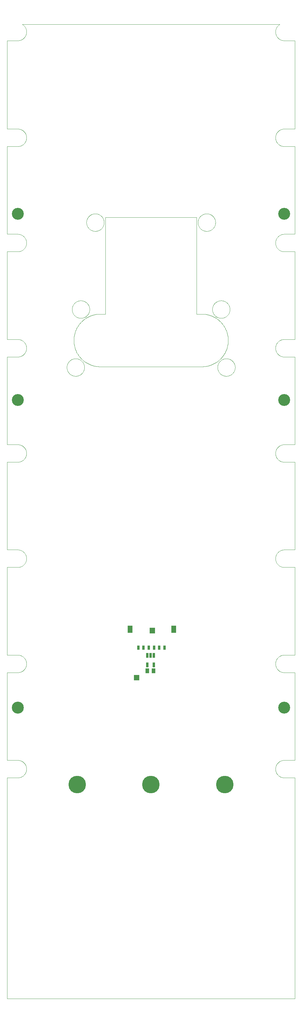
<source format=gbs>
G75*
%MOIN*%
%OFA0B0*%
%FSLAX25Y25*%
%IPPOS*%
%LPD*%
%AMOC8*
5,1,8,0,0,1.08239X$1,22.5*
%
%ADD10C,0.19685*%
%ADD11C,0.09375*%
%ADD12C,0.00000*%
%ADD13R,0.03162X0.05524*%
%ADD14R,0.03950X0.05524*%
%ADD15R,0.03162X0.04737*%
%ADD16R,0.05721X0.07887*%
%ADD17C,0.13383*%
%ADD18C,0.13461*%
%ADD19R,0.03778X0.03778*%
D10*
X0180955Y0311229D03*
X0263632Y0311229D03*
X0346309Y0311229D03*
D11*
X0413239Y0397844D03*
X0413239Y0742922D03*
X0413239Y0952174D03*
X0114026Y0952174D03*
X0114026Y0742922D03*
X0114026Y0397844D03*
D12*
X0102215Y0071072D02*
X0425050Y0071072D01*
X0425050Y0319015D01*
X0413239Y0319015D01*
X0413239Y0319014D02*
X0412999Y0319017D01*
X0412760Y0319026D01*
X0412521Y0319040D01*
X0412282Y0319061D01*
X0412043Y0319087D01*
X0411806Y0319119D01*
X0411569Y0319157D01*
X0411333Y0319200D01*
X0411099Y0319249D01*
X0410866Y0319304D01*
X0410634Y0319365D01*
X0410403Y0319431D01*
X0410175Y0319503D01*
X0409948Y0319581D01*
X0409723Y0319663D01*
X0409500Y0319752D01*
X0409279Y0319846D01*
X0409061Y0319945D01*
X0408845Y0320049D01*
X0408632Y0320159D01*
X0408422Y0320273D01*
X0408214Y0320393D01*
X0408009Y0320518D01*
X0407808Y0320648D01*
X0407610Y0320783D01*
X0407415Y0320922D01*
X0407223Y0321066D01*
X0407035Y0321215D01*
X0406851Y0321368D01*
X0406671Y0321526D01*
X0406494Y0321688D01*
X0406321Y0321855D01*
X0406153Y0322025D01*
X0405989Y0322200D01*
X0405829Y0322378D01*
X0405673Y0322561D01*
X0405522Y0322747D01*
X0405376Y0322937D01*
X0405234Y0323130D01*
X0405097Y0323326D01*
X0404964Y0323526D01*
X0404837Y0323729D01*
X0404715Y0323935D01*
X0404597Y0324145D01*
X0404485Y0324356D01*
X0404378Y0324571D01*
X0404276Y0324788D01*
X0404180Y0325007D01*
X0404089Y0325229D01*
X0404003Y0325453D01*
X0403923Y0325679D01*
X0403849Y0325907D01*
X0403780Y0326136D01*
X0403716Y0326367D01*
X0403658Y0326600D01*
X0403606Y0326834D01*
X0403560Y0327069D01*
X0403519Y0327305D01*
X0403484Y0327543D01*
X0403455Y0327780D01*
X0403432Y0328019D01*
X0403414Y0328258D01*
X0403403Y0328498D01*
X0403397Y0328737D01*
X0403397Y0328977D01*
X0403403Y0329216D01*
X0403414Y0329456D01*
X0403432Y0329695D01*
X0403455Y0329934D01*
X0403484Y0330171D01*
X0403519Y0330409D01*
X0403560Y0330645D01*
X0403606Y0330880D01*
X0403658Y0331114D01*
X0403716Y0331347D01*
X0403780Y0331578D01*
X0403849Y0331807D01*
X0403923Y0332035D01*
X0404003Y0332261D01*
X0404089Y0332485D01*
X0404180Y0332707D01*
X0404276Y0332926D01*
X0404378Y0333143D01*
X0404485Y0333358D01*
X0404597Y0333569D01*
X0404715Y0333779D01*
X0404837Y0333985D01*
X0404964Y0334188D01*
X0405097Y0334388D01*
X0405234Y0334584D01*
X0405376Y0334777D01*
X0405522Y0334967D01*
X0405673Y0335153D01*
X0405829Y0335336D01*
X0405989Y0335514D01*
X0406153Y0335689D01*
X0406321Y0335859D01*
X0406494Y0336026D01*
X0406671Y0336188D01*
X0406851Y0336346D01*
X0407035Y0336499D01*
X0407223Y0336648D01*
X0407415Y0336792D01*
X0407610Y0336931D01*
X0407808Y0337066D01*
X0408009Y0337196D01*
X0408214Y0337321D01*
X0408422Y0337441D01*
X0408632Y0337555D01*
X0408845Y0337665D01*
X0409061Y0337769D01*
X0409279Y0337868D01*
X0409500Y0337962D01*
X0409723Y0338051D01*
X0409948Y0338133D01*
X0410175Y0338211D01*
X0410403Y0338283D01*
X0410634Y0338349D01*
X0410866Y0338410D01*
X0411099Y0338465D01*
X0411333Y0338514D01*
X0411569Y0338557D01*
X0411806Y0338595D01*
X0412043Y0338627D01*
X0412282Y0338653D01*
X0412521Y0338674D01*
X0412760Y0338688D01*
X0412999Y0338697D01*
X0413239Y0338700D01*
X0425050Y0338700D01*
X0425050Y0437125D01*
X0413239Y0437125D01*
X0413239Y0437124D02*
X0412999Y0437127D01*
X0412760Y0437136D01*
X0412521Y0437150D01*
X0412282Y0437171D01*
X0412043Y0437197D01*
X0411806Y0437229D01*
X0411569Y0437267D01*
X0411333Y0437310D01*
X0411099Y0437359D01*
X0410866Y0437414D01*
X0410634Y0437475D01*
X0410403Y0437541D01*
X0410175Y0437613D01*
X0409948Y0437691D01*
X0409723Y0437773D01*
X0409500Y0437862D01*
X0409279Y0437956D01*
X0409061Y0438055D01*
X0408845Y0438159D01*
X0408632Y0438269D01*
X0408422Y0438383D01*
X0408214Y0438503D01*
X0408009Y0438628D01*
X0407808Y0438758D01*
X0407610Y0438893D01*
X0407415Y0439032D01*
X0407223Y0439176D01*
X0407035Y0439325D01*
X0406851Y0439478D01*
X0406671Y0439636D01*
X0406494Y0439798D01*
X0406321Y0439965D01*
X0406153Y0440135D01*
X0405989Y0440310D01*
X0405829Y0440488D01*
X0405673Y0440671D01*
X0405522Y0440857D01*
X0405376Y0441047D01*
X0405234Y0441240D01*
X0405097Y0441436D01*
X0404964Y0441636D01*
X0404837Y0441839D01*
X0404715Y0442045D01*
X0404597Y0442255D01*
X0404485Y0442466D01*
X0404378Y0442681D01*
X0404276Y0442898D01*
X0404180Y0443117D01*
X0404089Y0443339D01*
X0404003Y0443563D01*
X0403923Y0443789D01*
X0403849Y0444017D01*
X0403780Y0444246D01*
X0403716Y0444477D01*
X0403658Y0444710D01*
X0403606Y0444944D01*
X0403560Y0445179D01*
X0403519Y0445415D01*
X0403484Y0445653D01*
X0403455Y0445890D01*
X0403432Y0446129D01*
X0403414Y0446368D01*
X0403403Y0446608D01*
X0403397Y0446847D01*
X0403397Y0447087D01*
X0403403Y0447326D01*
X0403414Y0447566D01*
X0403432Y0447805D01*
X0403455Y0448044D01*
X0403484Y0448281D01*
X0403519Y0448519D01*
X0403560Y0448755D01*
X0403606Y0448990D01*
X0403658Y0449224D01*
X0403716Y0449457D01*
X0403780Y0449688D01*
X0403849Y0449917D01*
X0403923Y0450145D01*
X0404003Y0450371D01*
X0404089Y0450595D01*
X0404180Y0450817D01*
X0404276Y0451036D01*
X0404378Y0451253D01*
X0404485Y0451468D01*
X0404597Y0451679D01*
X0404715Y0451889D01*
X0404837Y0452095D01*
X0404964Y0452298D01*
X0405097Y0452498D01*
X0405234Y0452694D01*
X0405376Y0452887D01*
X0405522Y0453077D01*
X0405673Y0453263D01*
X0405829Y0453446D01*
X0405989Y0453624D01*
X0406153Y0453799D01*
X0406321Y0453969D01*
X0406494Y0454136D01*
X0406671Y0454298D01*
X0406851Y0454456D01*
X0407035Y0454609D01*
X0407223Y0454758D01*
X0407415Y0454902D01*
X0407610Y0455041D01*
X0407808Y0455176D01*
X0408009Y0455306D01*
X0408214Y0455431D01*
X0408422Y0455551D01*
X0408632Y0455665D01*
X0408845Y0455775D01*
X0409061Y0455879D01*
X0409279Y0455978D01*
X0409500Y0456072D01*
X0409723Y0456161D01*
X0409948Y0456243D01*
X0410175Y0456321D01*
X0410403Y0456393D01*
X0410634Y0456459D01*
X0410866Y0456520D01*
X0411099Y0456575D01*
X0411333Y0456624D01*
X0411569Y0456667D01*
X0411806Y0456705D01*
X0412043Y0456737D01*
X0412282Y0456763D01*
X0412521Y0456784D01*
X0412760Y0456798D01*
X0412999Y0456807D01*
X0413239Y0456810D01*
X0425050Y0456810D01*
X0425050Y0555235D01*
X0413239Y0555235D01*
X0412999Y0555238D01*
X0412760Y0555247D01*
X0412521Y0555261D01*
X0412282Y0555282D01*
X0412043Y0555308D01*
X0411806Y0555340D01*
X0411569Y0555378D01*
X0411333Y0555421D01*
X0411099Y0555470D01*
X0410866Y0555525D01*
X0410634Y0555586D01*
X0410403Y0555652D01*
X0410175Y0555724D01*
X0409948Y0555802D01*
X0409723Y0555884D01*
X0409500Y0555973D01*
X0409279Y0556067D01*
X0409061Y0556166D01*
X0408845Y0556270D01*
X0408632Y0556380D01*
X0408422Y0556494D01*
X0408214Y0556614D01*
X0408009Y0556739D01*
X0407808Y0556869D01*
X0407610Y0557004D01*
X0407415Y0557143D01*
X0407223Y0557287D01*
X0407035Y0557436D01*
X0406851Y0557589D01*
X0406671Y0557747D01*
X0406494Y0557909D01*
X0406321Y0558076D01*
X0406153Y0558246D01*
X0405989Y0558421D01*
X0405829Y0558599D01*
X0405673Y0558782D01*
X0405522Y0558968D01*
X0405376Y0559158D01*
X0405234Y0559351D01*
X0405097Y0559547D01*
X0404964Y0559747D01*
X0404837Y0559950D01*
X0404715Y0560157D01*
X0404597Y0560366D01*
X0404485Y0560577D01*
X0404378Y0560792D01*
X0404276Y0561009D01*
X0404180Y0561228D01*
X0404089Y0561450D01*
X0404003Y0561674D01*
X0403923Y0561900D01*
X0403849Y0562128D01*
X0403780Y0562357D01*
X0403716Y0562588D01*
X0403658Y0562821D01*
X0403606Y0563055D01*
X0403560Y0563290D01*
X0403519Y0563526D01*
X0403484Y0563764D01*
X0403455Y0564001D01*
X0403432Y0564240D01*
X0403414Y0564479D01*
X0403403Y0564719D01*
X0403397Y0564958D01*
X0403397Y0565198D01*
X0403403Y0565437D01*
X0403414Y0565677D01*
X0403432Y0565916D01*
X0403455Y0566155D01*
X0403484Y0566392D01*
X0403519Y0566630D01*
X0403560Y0566866D01*
X0403606Y0567101D01*
X0403658Y0567335D01*
X0403716Y0567568D01*
X0403780Y0567799D01*
X0403849Y0568028D01*
X0403923Y0568256D01*
X0404003Y0568482D01*
X0404089Y0568706D01*
X0404180Y0568928D01*
X0404276Y0569147D01*
X0404378Y0569364D01*
X0404485Y0569579D01*
X0404597Y0569790D01*
X0404715Y0570000D01*
X0404837Y0570206D01*
X0404964Y0570409D01*
X0405097Y0570609D01*
X0405234Y0570805D01*
X0405376Y0570998D01*
X0405522Y0571188D01*
X0405673Y0571374D01*
X0405829Y0571557D01*
X0405989Y0571735D01*
X0406153Y0571910D01*
X0406321Y0572080D01*
X0406494Y0572247D01*
X0406671Y0572409D01*
X0406851Y0572567D01*
X0407035Y0572720D01*
X0407223Y0572869D01*
X0407415Y0573013D01*
X0407610Y0573152D01*
X0407808Y0573287D01*
X0408009Y0573417D01*
X0408214Y0573542D01*
X0408422Y0573662D01*
X0408632Y0573776D01*
X0408845Y0573886D01*
X0409061Y0573990D01*
X0409279Y0574089D01*
X0409500Y0574183D01*
X0409723Y0574272D01*
X0409948Y0574354D01*
X0410175Y0574432D01*
X0410403Y0574504D01*
X0410634Y0574570D01*
X0410866Y0574631D01*
X0411099Y0574686D01*
X0411333Y0574735D01*
X0411569Y0574778D01*
X0411806Y0574816D01*
X0412043Y0574848D01*
X0412282Y0574874D01*
X0412521Y0574895D01*
X0412760Y0574909D01*
X0412999Y0574918D01*
X0413239Y0574921D01*
X0413239Y0574920D02*
X0425050Y0574920D01*
X0425050Y0673345D01*
X0413239Y0673345D01*
X0412999Y0673348D01*
X0412760Y0673357D01*
X0412521Y0673371D01*
X0412282Y0673392D01*
X0412043Y0673418D01*
X0411806Y0673450D01*
X0411569Y0673488D01*
X0411333Y0673531D01*
X0411099Y0673580D01*
X0410866Y0673635D01*
X0410634Y0673696D01*
X0410403Y0673762D01*
X0410175Y0673834D01*
X0409948Y0673912D01*
X0409723Y0673994D01*
X0409500Y0674083D01*
X0409279Y0674177D01*
X0409061Y0674276D01*
X0408845Y0674380D01*
X0408632Y0674490D01*
X0408422Y0674604D01*
X0408214Y0674724D01*
X0408009Y0674849D01*
X0407808Y0674979D01*
X0407610Y0675114D01*
X0407415Y0675253D01*
X0407223Y0675397D01*
X0407035Y0675546D01*
X0406851Y0675699D01*
X0406671Y0675857D01*
X0406494Y0676019D01*
X0406321Y0676186D01*
X0406153Y0676356D01*
X0405989Y0676531D01*
X0405829Y0676709D01*
X0405673Y0676892D01*
X0405522Y0677078D01*
X0405376Y0677268D01*
X0405234Y0677461D01*
X0405097Y0677657D01*
X0404964Y0677857D01*
X0404837Y0678060D01*
X0404715Y0678267D01*
X0404597Y0678476D01*
X0404485Y0678687D01*
X0404378Y0678902D01*
X0404276Y0679119D01*
X0404180Y0679338D01*
X0404089Y0679560D01*
X0404003Y0679784D01*
X0403923Y0680010D01*
X0403849Y0680238D01*
X0403780Y0680467D01*
X0403716Y0680698D01*
X0403658Y0680931D01*
X0403606Y0681165D01*
X0403560Y0681400D01*
X0403519Y0681636D01*
X0403484Y0681874D01*
X0403455Y0682111D01*
X0403432Y0682350D01*
X0403414Y0682589D01*
X0403403Y0682829D01*
X0403397Y0683068D01*
X0403397Y0683308D01*
X0403403Y0683547D01*
X0403414Y0683787D01*
X0403432Y0684026D01*
X0403455Y0684265D01*
X0403484Y0684502D01*
X0403519Y0684740D01*
X0403560Y0684976D01*
X0403606Y0685211D01*
X0403658Y0685445D01*
X0403716Y0685678D01*
X0403780Y0685909D01*
X0403849Y0686138D01*
X0403923Y0686366D01*
X0404003Y0686592D01*
X0404089Y0686816D01*
X0404180Y0687038D01*
X0404276Y0687257D01*
X0404378Y0687474D01*
X0404485Y0687689D01*
X0404597Y0687900D01*
X0404715Y0688110D01*
X0404837Y0688316D01*
X0404964Y0688519D01*
X0405097Y0688719D01*
X0405234Y0688915D01*
X0405376Y0689108D01*
X0405522Y0689298D01*
X0405673Y0689484D01*
X0405829Y0689667D01*
X0405989Y0689845D01*
X0406153Y0690020D01*
X0406321Y0690190D01*
X0406494Y0690357D01*
X0406671Y0690519D01*
X0406851Y0690677D01*
X0407035Y0690830D01*
X0407223Y0690979D01*
X0407415Y0691123D01*
X0407610Y0691262D01*
X0407808Y0691397D01*
X0408009Y0691527D01*
X0408214Y0691652D01*
X0408422Y0691772D01*
X0408632Y0691886D01*
X0408845Y0691996D01*
X0409061Y0692100D01*
X0409279Y0692199D01*
X0409500Y0692293D01*
X0409723Y0692382D01*
X0409948Y0692464D01*
X0410175Y0692542D01*
X0410403Y0692614D01*
X0410634Y0692680D01*
X0410866Y0692741D01*
X0411099Y0692796D01*
X0411333Y0692845D01*
X0411569Y0692888D01*
X0411806Y0692926D01*
X0412043Y0692958D01*
X0412282Y0692984D01*
X0412521Y0693005D01*
X0412760Y0693019D01*
X0412999Y0693028D01*
X0413239Y0693031D01*
X0413239Y0693030D02*
X0425050Y0693030D01*
X0425050Y0791456D01*
X0413239Y0791456D01*
X0413239Y0791455D02*
X0412999Y0791458D01*
X0412760Y0791467D01*
X0412521Y0791481D01*
X0412282Y0791502D01*
X0412043Y0791528D01*
X0411806Y0791560D01*
X0411569Y0791598D01*
X0411333Y0791641D01*
X0411099Y0791690D01*
X0410866Y0791745D01*
X0410634Y0791806D01*
X0410403Y0791872D01*
X0410175Y0791944D01*
X0409948Y0792022D01*
X0409723Y0792104D01*
X0409500Y0792193D01*
X0409279Y0792287D01*
X0409061Y0792386D01*
X0408845Y0792490D01*
X0408632Y0792600D01*
X0408422Y0792714D01*
X0408214Y0792834D01*
X0408009Y0792959D01*
X0407808Y0793089D01*
X0407610Y0793224D01*
X0407415Y0793363D01*
X0407223Y0793507D01*
X0407035Y0793656D01*
X0406851Y0793809D01*
X0406671Y0793967D01*
X0406494Y0794129D01*
X0406321Y0794296D01*
X0406153Y0794466D01*
X0405989Y0794641D01*
X0405829Y0794819D01*
X0405673Y0795002D01*
X0405522Y0795188D01*
X0405376Y0795378D01*
X0405234Y0795571D01*
X0405097Y0795767D01*
X0404964Y0795967D01*
X0404837Y0796170D01*
X0404715Y0796377D01*
X0404597Y0796586D01*
X0404485Y0796797D01*
X0404378Y0797012D01*
X0404276Y0797229D01*
X0404180Y0797448D01*
X0404089Y0797670D01*
X0404003Y0797894D01*
X0403923Y0798120D01*
X0403849Y0798348D01*
X0403780Y0798577D01*
X0403716Y0798808D01*
X0403658Y0799041D01*
X0403606Y0799275D01*
X0403560Y0799510D01*
X0403519Y0799746D01*
X0403484Y0799984D01*
X0403455Y0800221D01*
X0403432Y0800460D01*
X0403414Y0800699D01*
X0403403Y0800939D01*
X0403397Y0801178D01*
X0403397Y0801418D01*
X0403403Y0801657D01*
X0403414Y0801897D01*
X0403432Y0802136D01*
X0403455Y0802375D01*
X0403484Y0802612D01*
X0403519Y0802850D01*
X0403560Y0803086D01*
X0403606Y0803321D01*
X0403658Y0803555D01*
X0403716Y0803788D01*
X0403780Y0804019D01*
X0403849Y0804248D01*
X0403923Y0804476D01*
X0404003Y0804702D01*
X0404089Y0804926D01*
X0404180Y0805148D01*
X0404276Y0805367D01*
X0404378Y0805584D01*
X0404485Y0805799D01*
X0404597Y0806010D01*
X0404715Y0806220D01*
X0404837Y0806426D01*
X0404964Y0806629D01*
X0405097Y0806829D01*
X0405234Y0807025D01*
X0405376Y0807218D01*
X0405522Y0807408D01*
X0405673Y0807594D01*
X0405829Y0807777D01*
X0405989Y0807955D01*
X0406153Y0808130D01*
X0406321Y0808300D01*
X0406494Y0808467D01*
X0406671Y0808629D01*
X0406851Y0808787D01*
X0407035Y0808940D01*
X0407223Y0809089D01*
X0407415Y0809233D01*
X0407610Y0809372D01*
X0407808Y0809507D01*
X0408009Y0809637D01*
X0408214Y0809762D01*
X0408422Y0809882D01*
X0408632Y0809996D01*
X0408845Y0810106D01*
X0409061Y0810210D01*
X0409279Y0810309D01*
X0409500Y0810403D01*
X0409723Y0810492D01*
X0409948Y0810574D01*
X0410175Y0810652D01*
X0410403Y0810724D01*
X0410634Y0810790D01*
X0410866Y0810851D01*
X0411099Y0810906D01*
X0411333Y0810955D01*
X0411569Y0810998D01*
X0411806Y0811036D01*
X0412043Y0811068D01*
X0412282Y0811094D01*
X0412521Y0811115D01*
X0412760Y0811129D01*
X0412999Y0811138D01*
X0413239Y0811141D01*
X0425050Y0811141D01*
X0425050Y0909566D01*
X0413239Y0909566D01*
X0413239Y0909565D02*
X0412999Y0909568D01*
X0412760Y0909577D01*
X0412521Y0909591D01*
X0412282Y0909612D01*
X0412043Y0909638D01*
X0411806Y0909670D01*
X0411569Y0909708D01*
X0411333Y0909751D01*
X0411099Y0909800D01*
X0410866Y0909855D01*
X0410634Y0909916D01*
X0410403Y0909982D01*
X0410175Y0910054D01*
X0409948Y0910132D01*
X0409723Y0910214D01*
X0409500Y0910303D01*
X0409279Y0910397D01*
X0409061Y0910496D01*
X0408845Y0910600D01*
X0408632Y0910710D01*
X0408422Y0910824D01*
X0408214Y0910944D01*
X0408009Y0911069D01*
X0407808Y0911199D01*
X0407610Y0911334D01*
X0407415Y0911473D01*
X0407223Y0911617D01*
X0407035Y0911766D01*
X0406851Y0911919D01*
X0406671Y0912077D01*
X0406494Y0912239D01*
X0406321Y0912406D01*
X0406153Y0912576D01*
X0405989Y0912751D01*
X0405829Y0912929D01*
X0405673Y0913112D01*
X0405522Y0913298D01*
X0405376Y0913488D01*
X0405234Y0913681D01*
X0405097Y0913877D01*
X0404964Y0914077D01*
X0404837Y0914280D01*
X0404715Y0914487D01*
X0404597Y0914696D01*
X0404485Y0914907D01*
X0404378Y0915122D01*
X0404276Y0915339D01*
X0404180Y0915558D01*
X0404089Y0915780D01*
X0404003Y0916004D01*
X0403923Y0916230D01*
X0403849Y0916458D01*
X0403780Y0916687D01*
X0403716Y0916918D01*
X0403658Y0917151D01*
X0403606Y0917385D01*
X0403560Y0917620D01*
X0403519Y0917856D01*
X0403484Y0918094D01*
X0403455Y0918331D01*
X0403432Y0918570D01*
X0403414Y0918809D01*
X0403403Y0919049D01*
X0403397Y0919288D01*
X0403397Y0919528D01*
X0403403Y0919767D01*
X0403414Y0920007D01*
X0403432Y0920246D01*
X0403455Y0920485D01*
X0403484Y0920722D01*
X0403519Y0920960D01*
X0403560Y0921196D01*
X0403606Y0921431D01*
X0403658Y0921665D01*
X0403716Y0921898D01*
X0403780Y0922129D01*
X0403849Y0922358D01*
X0403923Y0922586D01*
X0404003Y0922812D01*
X0404089Y0923036D01*
X0404180Y0923258D01*
X0404276Y0923477D01*
X0404378Y0923694D01*
X0404485Y0923909D01*
X0404597Y0924120D01*
X0404715Y0924330D01*
X0404837Y0924536D01*
X0404964Y0924739D01*
X0405097Y0924939D01*
X0405234Y0925135D01*
X0405376Y0925328D01*
X0405522Y0925518D01*
X0405673Y0925704D01*
X0405829Y0925887D01*
X0405989Y0926065D01*
X0406153Y0926240D01*
X0406321Y0926410D01*
X0406494Y0926577D01*
X0406671Y0926739D01*
X0406851Y0926897D01*
X0407035Y0927050D01*
X0407223Y0927199D01*
X0407415Y0927343D01*
X0407610Y0927482D01*
X0407808Y0927617D01*
X0408009Y0927747D01*
X0408214Y0927872D01*
X0408422Y0927992D01*
X0408632Y0928106D01*
X0408845Y0928216D01*
X0409061Y0928320D01*
X0409279Y0928419D01*
X0409500Y0928513D01*
X0409723Y0928602D01*
X0409948Y0928684D01*
X0410175Y0928762D01*
X0410403Y0928834D01*
X0410634Y0928900D01*
X0410866Y0928961D01*
X0411099Y0929016D01*
X0411333Y0929065D01*
X0411569Y0929108D01*
X0411806Y0929146D01*
X0412043Y0929178D01*
X0412282Y0929204D01*
X0412521Y0929225D01*
X0412760Y0929239D01*
X0412999Y0929248D01*
X0413239Y0929251D01*
X0425050Y0929251D01*
X0425050Y1027676D01*
X0413239Y1027676D01*
X0412999Y1027679D01*
X0412760Y1027688D01*
X0412521Y1027702D01*
X0412282Y1027723D01*
X0412043Y1027749D01*
X0411806Y1027781D01*
X0411569Y1027819D01*
X0411333Y1027862D01*
X0411099Y1027911D01*
X0410866Y1027966D01*
X0410634Y1028027D01*
X0410403Y1028093D01*
X0410175Y1028165D01*
X0409948Y1028243D01*
X0409723Y1028325D01*
X0409500Y1028414D01*
X0409279Y1028508D01*
X0409061Y1028607D01*
X0408845Y1028711D01*
X0408632Y1028821D01*
X0408422Y1028935D01*
X0408214Y1029055D01*
X0408009Y1029180D01*
X0407808Y1029310D01*
X0407610Y1029445D01*
X0407415Y1029584D01*
X0407223Y1029728D01*
X0407035Y1029877D01*
X0406851Y1030030D01*
X0406671Y1030188D01*
X0406494Y1030350D01*
X0406321Y1030517D01*
X0406153Y1030687D01*
X0405989Y1030862D01*
X0405829Y1031040D01*
X0405673Y1031223D01*
X0405522Y1031409D01*
X0405376Y1031599D01*
X0405234Y1031792D01*
X0405097Y1031988D01*
X0404964Y1032188D01*
X0404837Y1032391D01*
X0404715Y1032598D01*
X0404597Y1032807D01*
X0404485Y1033018D01*
X0404378Y1033233D01*
X0404276Y1033450D01*
X0404180Y1033669D01*
X0404089Y1033891D01*
X0404003Y1034115D01*
X0403923Y1034341D01*
X0403849Y1034569D01*
X0403780Y1034798D01*
X0403716Y1035029D01*
X0403658Y1035262D01*
X0403606Y1035496D01*
X0403560Y1035731D01*
X0403519Y1035967D01*
X0403484Y1036205D01*
X0403455Y1036442D01*
X0403432Y1036681D01*
X0403414Y1036920D01*
X0403403Y1037160D01*
X0403397Y1037399D01*
X0403397Y1037639D01*
X0403403Y1037878D01*
X0403414Y1038118D01*
X0403432Y1038357D01*
X0403455Y1038596D01*
X0403484Y1038833D01*
X0403519Y1039071D01*
X0403560Y1039307D01*
X0403606Y1039542D01*
X0403658Y1039776D01*
X0403716Y1040009D01*
X0403780Y1040240D01*
X0403849Y1040469D01*
X0403923Y1040697D01*
X0404003Y1040923D01*
X0404089Y1041147D01*
X0404180Y1041369D01*
X0404276Y1041588D01*
X0404378Y1041805D01*
X0404485Y1042020D01*
X0404597Y1042231D01*
X0404715Y1042441D01*
X0404837Y1042647D01*
X0404964Y1042850D01*
X0405097Y1043050D01*
X0405234Y1043246D01*
X0405376Y1043439D01*
X0405522Y1043629D01*
X0405673Y1043815D01*
X0405829Y1043998D01*
X0405989Y1044176D01*
X0406153Y1044351D01*
X0406321Y1044521D01*
X0406494Y1044688D01*
X0406671Y1044850D01*
X0406851Y1045008D01*
X0407035Y1045161D01*
X0407223Y1045310D01*
X0407415Y1045454D01*
X0407610Y1045593D01*
X0407808Y1045728D01*
X0408009Y1045858D01*
X0408214Y1045983D01*
X0408422Y1046103D01*
X0408632Y1046217D01*
X0408845Y1046327D01*
X0409061Y1046431D01*
X0409279Y1046530D01*
X0409500Y1046624D01*
X0409723Y1046713D01*
X0409948Y1046795D01*
X0410175Y1046873D01*
X0410403Y1046945D01*
X0410634Y1047011D01*
X0410866Y1047072D01*
X0411099Y1047127D01*
X0411333Y1047176D01*
X0411569Y1047219D01*
X0411806Y1047257D01*
X0412043Y1047289D01*
X0412282Y1047315D01*
X0412521Y1047336D01*
X0412760Y1047350D01*
X0412999Y1047359D01*
X0413239Y1047362D01*
X0413239Y1047361D02*
X0425050Y1047361D01*
X0425050Y1146466D01*
X0413239Y1146466D01*
X0413239Y1146465D02*
X0412999Y1146468D01*
X0412760Y1146477D01*
X0412520Y1146491D01*
X0412282Y1146512D01*
X0412043Y1146538D01*
X0411806Y1146570D01*
X0411569Y1146608D01*
X0411333Y1146651D01*
X0411099Y1146701D01*
X0410865Y1146756D01*
X0410633Y1146816D01*
X0410403Y1146882D01*
X0410174Y1146954D01*
X0409947Y1147032D01*
X0409722Y1147115D01*
X0409500Y1147203D01*
X0409279Y1147297D01*
X0409061Y1147396D01*
X0408845Y1147500D01*
X0408632Y1147610D01*
X0408421Y1147725D01*
X0408214Y1147845D01*
X0408009Y1147969D01*
X0407807Y1148099D01*
X0407609Y1148234D01*
X0407414Y1148373D01*
X0407223Y1148518D01*
X0407035Y1148667D01*
X0406851Y1148820D01*
X0406670Y1148978D01*
X0406494Y1149140D01*
X0406321Y1149306D01*
X0406152Y1149477D01*
X0405988Y1149651D01*
X0405828Y1149830D01*
X0405673Y1150012D01*
X0405522Y1150198D01*
X0405375Y1150388D01*
X0405233Y1150581D01*
X0405096Y1150778D01*
X0404964Y1150978D01*
X0404837Y1151181D01*
X0404714Y1151387D01*
X0404597Y1151596D01*
X0404485Y1151808D01*
X0404378Y1152023D01*
X0404276Y1152240D01*
X0404180Y1152459D01*
X0404089Y1152681D01*
X0404003Y1152905D01*
X0403923Y1153131D01*
X0403848Y1153359D01*
X0403779Y1153588D01*
X0403716Y1153820D01*
X0403658Y1154052D01*
X0403606Y1154286D01*
X0403559Y1154521D01*
X0403519Y1154758D01*
X0403484Y1154995D01*
X0403455Y1155233D01*
X0403432Y1155471D01*
X0403414Y1155710D01*
X0403403Y1155950D01*
X0403397Y1156190D01*
X0403397Y1156429D01*
X0403403Y1156669D01*
X0403414Y1156908D01*
X0403432Y1157148D01*
X0403455Y1157386D01*
X0403484Y1157624D01*
X0403519Y1157861D01*
X0403560Y1158097D01*
X0403606Y1158333D01*
X0403659Y1158567D01*
X0403716Y1158799D01*
X0403780Y1159030D01*
X0403849Y1159260D01*
X0403924Y1159488D01*
X0404004Y1159714D01*
X0404090Y1159938D01*
X0404181Y1160159D01*
X0404277Y1160379D01*
X0404379Y1160596D01*
X0404486Y1160810D01*
X0404598Y1161022D01*
X0404716Y1161231D01*
X0404838Y1161437D01*
X0404966Y1161640D01*
X0405098Y1161840D01*
X0405235Y1162037D01*
X0405377Y1162230D01*
X0405523Y1162420D01*
X0405675Y1162606D01*
X0405830Y1162788D01*
X0405990Y1162967D01*
X0406155Y1163141D01*
X0406323Y1163312D01*
X0406496Y1163478D01*
X0406672Y1163640D01*
X0406853Y1163798D01*
X0407037Y1163951D01*
X0407225Y1164100D01*
X0407417Y1164244D01*
X0407612Y1164384D01*
X0407810Y1164518D01*
X0408011Y1164648D01*
X0408216Y1164773D01*
X0119049Y1164773D01*
X0119254Y1164648D01*
X0119455Y1164518D01*
X0119653Y1164384D01*
X0119848Y1164244D01*
X0120040Y1164100D01*
X0120228Y1163951D01*
X0120412Y1163798D01*
X0120593Y1163640D01*
X0120769Y1163478D01*
X0120942Y1163312D01*
X0121110Y1163141D01*
X0121275Y1162967D01*
X0121435Y1162788D01*
X0121590Y1162606D01*
X0121742Y1162420D01*
X0121888Y1162230D01*
X0122030Y1162037D01*
X0122167Y1161840D01*
X0122299Y1161640D01*
X0122427Y1161437D01*
X0122549Y1161231D01*
X0122667Y1161022D01*
X0122779Y1160810D01*
X0122886Y1160596D01*
X0122988Y1160379D01*
X0123084Y1160159D01*
X0123175Y1159938D01*
X0123261Y1159714D01*
X0123341Y1159488D01*
X0123416Y1159260D01*
X0123485Y1159030D01*
X0123549Y1158799D01*
X0123606Y1158567D01*
X0123659Y1158333D01*
X0123705Y1158097D01*
X0123746Y1157861D01*
X0123781Y1157624D01*
X0123810Y1157386D01*
X0123833Y1157148D01*
X0123851Y1156908D01*
X0123862Y1156669D01*
X0123868Y1156429D01*
X0123868Y1156190D01*
X0123862Y1155950D01*
X0123851Y1155710D01*
X0123833Y1155471D01*
X0123810Y1155233D01*
X0123781Y1154995D01*
X0123746Y1154758D01*
X0123706Y1154521D01*
X0123659Y1154286D01*
X0123607Y1154052D01*
X0123549Y1153820D01*
X0123486Y1153588D01*
X0123417Y1153359D01*
X0123342Y1153131D01*
X0123262Y1152905D01*
X0123176Y1152681D01*
X0123085Y1152459D01*
X0122989Y1152240D01*
X0122887Y1152023D01*
X0122780Y1151808D01*
X0122668Y1151596D01*
X0122551Y1151387D01*
X0122428Y1151181D01*
X0122301Y1150978D01*
X0122169Y1150778D01*
X0122032Y1150581D01*
X0121890Y1150388D01*
X0121743Y1150198D01*
X0121592Y1150012D01*
X0121437Y1149830D01*
X0121277Y1149651D01*
X0121113Y1149477D01*
X0120944Y1149306D01*
X0120771Y1149140D01*
X0120595Y1148978D01*
X0120414Y1148820D01*
X0120230Y1148667D01*
X0120042Y1148518D01*
X0119851Y1148373D01*
X0119656Y1148234D01*
X0119458Y1148099D01*
X0119256Y1147969D01*
X0119051Y1147845D01*
X0118844Y1147725D01*
X0118633Y1147610D01*
X0118420Y1147500D01*
X0118204Y1147396D01*
X0117986Y1147297D01*
X0117765Y1147203D01*
X0117543Y1147115D01*
X0117318Y1147032D01*
X0117091Y1146954D01*
X0116862Y1146882D01*
X0116632Y1146816D01*
X0116400Y1146756D01*
X0116166Y1146701D01*
X0115932Y1146651D01*
X0115696Y1146608D01*
X0115459Y1146570D01*
X0115222Y1146538D01*
X0114983Y1146512D01*
X0114745Y1146491D01*
X0114505Y1146477D01*
X0114266Y1146468D01*
X0114026Y1146465D01*
X0114026Y1146466D02*
X0102215Y1146466D01*
X0102215Y1047361D01*
X0114026Y1047361D01*
X0114026Y1047362D02*
X0114266Y1047359D01*
X0114505Y1047350D01*
X0114744Y1047336D01*
X0114983Y1047315D01*
X0115222Y1047289D01*
X0115459Y1047257D01*
X0115696Y1047219D01*
X0115932Y1047176D01*
X0116166Y1047127D01*
X0116399Y1047072D01*
X0116631Y1047011D01*
X0116862Y1046945D01*
X0117090Y1046873D01*
X0117317Y1046795D01*
X0117542Y1046713D01*
X0117765Y1046624D01*
X0117986Y1046530D01*
X0118204Y1046431D01*
X0118420Y1046327D01*
X0118633Y1046217D01*
X0118843Y1046103D01*
X0119051Y1045983D01*
X0119256Y1045858D01*
X0119457Y1045728D01*
X0119655Y1045593D01*
X0119850Y1045454D01*
X0120042Y1045310D01*
X0120230Y1045161D01*
X0120414Y1045008D01*
X0120594Y1044850D01*
X0120771Y1044688D01*
X0120944Y1044521D01*
X0121112Y1044351D01*
X0121276Y1044176D01*
X0121436Y1043998D01*
X0121592Y1043815D01*
X0121743Y1043629D01*
X0121889Y1043439D01*
X0122031Y1043246D01*
X0122168Y1043050D01*
X0122301Y1042850D01*
X0122428Y1042647D01*
X0122550Y1042441D01*
X0122668Y1042231D01*
X0122780Y1042020D01*
X0122887Y1041805D01*
X0122989Y1041588D01*
X0123085Y1041369D01*
X0123176Y1041147D01*
X0123262Y1040923D01*
X0123342Y1040697D01*
X0123416Y1040469D01*
X0123485Y1040240D01*
X0123549Y1040009D01*
X0123607Y1039776D01*
X0123659Y1039542D01*
X0123705Y1039307D01*
X0123746Y1039071D01*
X0123781Y1038833D01*
X0123810Y1038596D01*
X0123833Y1038357D01*
X0123851Y1038118D01*
X0123862Y1037878D01*
X0123868Y1037639D01*
X0123868Y1037399D01*
X0123862Y1037160D01*
X0123851Y1036920D01*
X0123833Y1036681D01*
X0123810Y1036442D01*
X0123781Y1036205D01*
X0123746Y1035967D01*
X0123705Y1035731D01*
X0123659Y1035496D01*
X0123607Y1035262D01*
X0123549Y1035029D01*
X0123485Y1034798D01*
X0123416Y1034569D01*
X0123342Y1034341D01*
X0123262Y1034115D01*
X0123176Y1033891D01*
X0123085Y1033669D01*
X0122989Y1033450D01*
X0122887Y1033233D01*
X0122780Y1033018D01*
X0122668Y1032807D01*
X0122550Y1032598D01*
X0122428Y1032391D01*
X0122301Y1032188D01*
X0122168Y1031988D01*
X0122031Y1031792D01*
X0121889Y1031599D01*
X0121743Y1031409D01*
X0121592Y1031223D01*
X0121436Y1031040D01*
X0121276Y1030862D01*
X0121112Y1030687D01*
X0120944Y1030517D01*
X0120771Y1030350D01*
X0120594Y1030188D01*
X0120414Y1030030D01*
X0120230Y1029877D01*
X0120042Y1029728D01*
X0119850Y1029584D01*
X0119655Y1029445D01*
X0119457Y1029310D01*
X0119256Y1029180D01*
X0119051Y1029055D01*
X0118843Y1028935D01*
X0118633Y1028821D01*
X0118420Y1028711D01*
X0118204Y1028607D01*
X0117986Y1028508D01*
X0117765Y1028414D01*
X0117542Y1028325D01*
X0117317Y1028243D01*
X0117090Y1028165D01*
X0116862Y1028093D01*
X0116631Y1028027D01*
X0116399Y1027966D01*
X0116166Y1027911D01*
X0115932Y1027862D01*
X0115696Y1027819D01*
X0115459Y1027781D01*
X0115222Y1027749D01*
X0114983Y1027723D01*
X0114744Y1027702D01*
X0114505Y1027688D01*
X0114266Y1027679D01*
X0114026Y1027676D01*
X0102215Y1027676D01*
X0102215Y0929251D01*
X0114026Y0929251D01*
X0114266Y0929248D01*
X0114505Y0929239D01*
X0114744Y0929225D01*
X0114983Y0929204D01*
X0115222Y0929178D01*
X0115459Y0929146D01*
X0115696Y0929108D01*
X0115932Y0929065D01*
X0116166Y0929016D01*
X0116399Y0928961D01*
X0116631Y0928900D01*
X0116862Y0928834D01*
X0117090Y0928762D01*
X0117317Y0928684D01*
X0117542Y0928602D01*
X0117765Y0928513D01*
X0117986Y0928419D01*
X0118204Y0928320D01*
X0118420Y0928216D01*
X0118633Y0928106D01*
X0118843Y0927992D01*
X0119051Y0927872D01*
X0119256Y0927747D01*
X0119457Y0927617D01*
X0119655Y0927482D01*
X0119850Y0927343D01*
X0120042Y0927199D01*
X0120230Y0927050D01*
X0120414Y0926897D01*
X0120594Y0926739D01*
X0120771Y0926577D01*
X0120944Y0926410D01*
X0121112Y0926240D01*
X0121276Y0926065D01*
X0121436Y0925887D01*
X0121592Y0925704D01*
X0121743Y0925518D01*
X0121889Y0925328D01*
X0122031Y0925135D01*
X0122168Y0924939D01*
X0122301Y0924739D01*
X0122428Y0924536D01*
X0122550Y0924330D01*
X0122668Y0924120D01*
X0122780Y0923909D01*
X0122887Y0923694D01*
X0122989Y0923477D01*
X0123085Y0923258D01*
X0123176Y0923036D01*
X0123262Y0922812D01*
X0123342Y0922586D01*
X0123416Y0922358D01*
X0123485Y0922129D01*
X0123549Y0921898D01*
X0123607Y0921665D01*
X0123659Y0921431D01*
X0123705Y0921196D01*
X0123746Y0920960D01*
X0123781Y0920722D01*
X0123810Y0920485D01*
X0123833Y0920246D01*
X0123851Y0920007D01*
X0123862Y0919767D01*
X0123868Y0919528D01*
X0123868Y0919288D01*
X0123862Y0919049D01*
X0123851Y0918809D01*
X0123833Y0918570D01*
X0123810Y0918331D01*
X0123781Y0918094D01*
X0123746Y0917856D01*
X0123705Y0917620D01*
X0123659Y0917385D01*
X0123607Y0917151D01*
X0123549Y0916918D01*
X0123485Y0916687D01*
X0123416Y0916458D01*
X0123342Y0916230D01*
X0123262Y0916004D01*
X0123176Y0915780D01*
X0123085Y0915558D01*
X0122989Y0915339D01*
X0122887Y0915122D01*
X0122780Y0914907D01*
X0122668Y0914696D01*
X0122550Y0914487D01*
X0122428Y0914280D01*
X0122301Y0914077D01*
X0122168Y0913877D01*
X0122031Y0913681D01*
X0121889Y0913488D01*
X0121743Y0913298D01*
X0121592Y0913112D01*
X0121436Y0912929D01*
X0121276Y0912751D01*
X0121112Y0912576D01*
X0120944Y0912406D01*
X0120771Y0912239D01*
X0120594Y0912077D01*
X0120414Y0911919D01*
X0120230Y0911766D01*
X0120042Y0911617D01*
X0119850Y0911473D01*
X0119655Y0911334D01*
X0119457Y0911199D01*
X0119256Y0911069D01*
X0119051Y0910944D01*
X0118843Y0910824D01*
X0118633Y0910710D01*
X0118420Y0910600D01*
X0118204Y0910496D01*
X0117986Y0910397D01*
X0117765Y0910303D01*
X0117542Y0910214D01*
X0117317Y0910132D01*
X0117090Y0910054D01*
X0116862Y0909982D01*
X0116631Y0909916D01*
X0116399Y0909855D01*
X0116166Y0909800D01*
X0115932Y0909751D01*
X0115696Y0909708D01*
X0115459Y0909670D01*
X0115222Y0909638D01*
X0114983Y0909612D01*
X0114744Y0909591D01*
X0114505Y0909577D01*
X0114266Y0909568D01*
X0114026Y0909565D01*
X0114026Y0909566D02*
X0102215Y0909566D01*
X0102215Y0811141D01*
X0114026Y0811141D01*
X0114266Y0811138D01*
X0114505Y0811129D01*
X0114744Y0811115D01*
X0114983Y0811094D01*
X0115222Y0811068D01*
X0115459Y0811036D01*
X0115696Y0810998D01*
X0115932Y0810955D01*
X0116166Y0810906D01*
X0116399Y0810851D01*
X0116631Y0810790D01*
X0116862Y0810724D01*
X0117090Y0810652D01*
X0117317Y0810574D01*
X0117542Y0810492D01*
X0117765Y0810403D01*
X0117986Y0810309D01*
X0118204Y0810210D01*
X0118420Y0810106D01*
X0118633Y0809996D01*
X0118843Y0809882D01*
X0119051Y0809762D01*
X0119256Y0809637D01*
X0119457Y0809507D01*
X0119655Y0809372D01*
X0119850Y0809233D01*
X0120042Y0809089D01*
X0120230Y0808940D01*
X0120414Y0808787D01*
X0120594Y0808629D01*
X0120771Y0808467D01*
X0120944Y0808300D01*
X0121112Y0808130D01*
X0121276Y0807955D01*
X0121436Y0807777D01*
X0121592Y0807594D01*
X0121743Y0807408D01*
X0121889Y0807218D01*
X0122031Y0807025D01*
X0122168Y0806829D01*
X0122301Y0806629D01*
X0122428Y0806426D01*
X0122550Y0806220D01*
X0122668Y0806010D01*
X0122780Y0805799D01*
X0122887Y0805584D01*
X0122989Y0805367D01*
X0123085Y0805148D01*
X0123176Y0804926D01*
X0123262Y0804702D01*
X0123342Y0804476D01*
X0123416Y0804248D01*
X0123485Y0804019D01*
X0123549Y0803788D01*
X0123607Y0803555D01*
X0123659Y0803321D01*
X0123705Y0803086D01*
X0123746Y0802850D01*
X0123781Y0802612D01*
X0123810Y0802375D01*
X0123833Y0802136D01*
X0123851Y0801897D01*
X0123862Y0801657D01*
X0123868Y0801418D01*
X0123868Y0801178D01*
X0123862Y0800939D01*
X0123851Y0800699D01*
X0123833Y0800460D01*
X0123810Y0800221D01*
X0123781Y0799984D01*
X0123746Y0799746D01*
X0123705Y0799510D01*
X0123659Y0799275D01*
X0123607Y0799041D01*
X0123549Y0798808D01*
X0123485Y0798577D01*
X0123416Y0798348D01*
X0123342Y0798120D01*
X0123262Y0797894D01*
X0123176Y0797670D01*
X0123085Y0797448D01*
X0122989Y0797229D01*
X0122887Y0797012D01*
X0122780Y0796797D01*
X0122668Y0796586D01*
X0122550Y0796377D01*
X0122428Y0796170D01*
X0122301Y0795967D01*
X0122168Y0795767D01*
X0122031Y0795571D01*
X0121889Y0795378D01*
X0121743Y0795188D01*
X0121592Y0795002D01*
X0121436Y0794819D01*
X0121276Y0794641D01*
X0121112Y0794466D01*
X0120944Y0794296D01*
X0120771Y0794129D01*
X0120594Y0793967D01*
X0120414Y0793809D01*
X0120230Y0793656D01*
X0120042Y0793507D01*
X0119850Y0793363D01*
X0119655Y0793224D01*
X0119457Y0793089D01*
X0119256Y0792959D01*
X0119051Y0792834D01*
X0118843Y0792714D01*
X0118633Y0792600D01*
X0118420Y0792490D01*
X0118204Y0792386D01*
X0117986Y0792287D01*
X0117765Y0792193D01*
X0117542Y0792104D01*
X0117317Y0792022D01*
X0117090Y0791944D01*
X0116862Y0791872D01*
X0116631Y0791806D01*
X0116399Y0791745D01*
X0116166Y0791690D01*
X0115932Y0791641D01*
X0115696Y0791598D01*
X0115459Y0791560D01*
X0115222Y0791528D01*
X0114983Y0791502D01*
X0114744Y0791481D01*
X0114505Y0791467D01*
X0114266Y0791458D01*
X0114026Y0791455D01*
X0114026Y0791456D02*
X0102215Y0791456D01*
X0102215Y0693030D01*
X0114026Y0693030D01*
X0114026Y0693031D02*
X0114266Y0693028D01*
X0114505Y0693019D01*
X0114744Y0693005D01*
X0114983Y0692984D01*
X0115222Y0692958D01*
X0115459Y0692926D01*
X0115696Y0692888D01*
X0115932Y0692845D01*
X0116166Y0692796D01*
X0116399Y0692741D01*
X0116631Y0692680D01*
X0116862Y0692614D01*
X0117090Y0692542D01*
X0117317Y0692464D01*
X0117542Y0692382D01*
X0117765Y0692293D01*
X0117986Y0692199D01*
X0118204Y0692100D01*
X0118420Y0691996D01*
X0118633Y0691886D01*
X0118843Y0691772D01*
X0119051Y0691652D01*
X0119256Y0691527D01*
X0119457Y0691397D01*
X0119655Y0691262D01*
X0119850Y0691123D01*
X0120042Y0690979D01*
X0120230Y0690830D01*
X0120414Y0690677D01*
X0120594Y0690519D01*
X0120771Y0690357D01*
X0120944Y0690190D01*
X0121112Y0690020D01*
X0121276Y0689845D01*
X0121436Y0689667D01*
X0121592Y0689484D01*
X0121743Y0689298D01*
X0121889Y0689108D01*
X0122031Y0688915D01*
X0122168Y0688719D01*
X0122301Y0688519D01*
X0122428Y0688316D01*
X0122550Y0688110D01*
X0122668Y0687900D01*
X0122780Y0687689D01*
X0122887Y0687474D01*
X0122989Y0687257D01*
X0123085Y0687038D01*
X0123176Y0686816D01*
X0123262Y0686592D01*
X0123342Y0686366D01*
X0123416Y0686138D01*
X0123485Y0685909D01*
X0123549Y0685678D01*
X0123607Y0685445D01*
X0123659Y0685211D01*
X0123705Y0684976D01*
X0123746Y0684740D01*
X0123781Y0684502D01*
X0123810Y0684265D01*
X0123833Y0684026D01*
X0123851Y0683787D01*
X0123862Y0683547D01*
X0123868Y0683308D01*
X0123868Y0683068D01*
X0123862Y0682829D01*
X0123851Y0682589D01*
X0123833Y0682350D01*
X0123810Y0682111D01*
X0123781Y0681874D01*
X0123746Y0681636D01*
X0123705Y0681400D01*
X0123659Y0681165D01*
X0123607Y0680931D01*
X0123549Y0680698D01*
X0123485Y0680467D01*
X0123416Y0680238D01*
X0123342Y0680010D01*
X0123262Y0679784D01*
X0123176Y0679560D01*
X0123085Y0679338D01*
X0122989Y0679119D01*
X0122887Y0678902D01*
X0122780Y0678687D01*
X0122668Y0678476D01*
X0122550Y0678267D01*
X0122428Y0678060D01*
X0122301Y0677857D01*
X0122168Y0677657D01*
X0122031Y0677461D01*
X0121889Y0677268D01*
X0121743Y0677078D01*
X0121592Y0676892D01*
X0121436Y0676709D01*
X0121276Y0676531D01*
X0121112Y0676356D01*
X0120944Y0676186D01*
X0120771Y0676019D01*
X0120594Y0675857D01*
X0120414Y0675699D01*
X0120230Y0675546D01*
X0120042Y0675397D01*
X0119850Y0675253D01*
X0119655Y0675114D01*
X0119457Y0674979D01*
X0119256Y0674849D01*
X0119051Y0674724D01*
X0118843Y0674604D01*
X0118633Y0674490D01*
X0118420Y0674380D01*
X0118204Y0674276D01*
X0117986Y0674177D01*
X0117765Y0674083D01*
X0117542Y0673994D01*
X0117317Y0673912D01*
X0117090Y0673834D01*
X0116862Y0673762D01*
X0116631Y0673696D01*
X0116399Y0673635D01*
X0116166Y0673580D01*
X0115932Y0673531D01*
X0115696Y0673488D01*
X0115459Y0673450D01*
X0115222Y0673418D01*
X0114983Y0673392D01*
X0114744Y0673371D01*
X0114505Y0673357D01*
X0114266Y0673348D01*
X0114026Y0673345D01*
X0102215Y0673345D01*
X0102215Y0574920D01*
X0114026Y0574920D01*
X0114026Y0574921D02*
X0114266Y0574918D01*
X0114505Y0574909D01*
X0114744Y0574895D01*
X0114983Y0574874D01*
X0115222Y0574848D01*
X0115459Y0574816D01*
X0115696Y0574778D01*
X0115932Y0574735D01*
X0116166Y0574686D01*
X0116399Y0574631D01*
X0116631Y0574570D01*
X0116862Y0574504D01*
X0117090Y0574432D01*
X0117317Y0574354D01*
X0117542Y0574272D01*
X0117765Y0574183D01*
X0117986Y0574089D01*
X0118204Y0573990D01*
X0118420Y0573886D01*
X0118633Y0573776D01*
X0118843Y0573662D01*
X0119051Y0573542D01*
X0119256Y0573417D01*
X0119457Y0573287D01*
X0119655Y0573152D01*
X0119850Y0573013D01*
X0120042Y0572869D01*
X0120230Y0572720D01*
X0120414Y0572567D01*
X0120594Y0572409D01*
X0120771Y0572247D01*
X0120944Y0572080D01*
X0121112Y0571910D01*
X0121276Y0571735D01*
X0121436Y0571557D01*
X0121592Y0571374D01*
X0121743Y0571188D01*
X0121889Y0570998D01*
X0122031Y0570805D01*
X0122168Y0570609D01*
X0122301Y0570409D01*
X0122428Y0570206D01*
X0122550Y0570000D01*
X0122668Y0569790D01*
X0122780Y0569579D01*
X0122887Y0569364D01*
X0122989Y0569147D01*
X0123085Y0568928D01*
X0123176Y0568706D01*
X0123262Y0568482D01*
X0123342Y0568256D01*
X0123416Y0568028D01*
X0123485Y0567799D01*
X0123549Y0567568D01*
X0123607Y0567335D01*
X0123659Y0567101D01*
X0123705Y0566866D01*
X0123746Y0566630D01*
X0123781Y0566392D01*
X0123810Y0566155D01*
X0123833Y0565916D01*
X0123851Y0565677D01*
X0123862Y0565437D01*
X0123868Y0565198D01*
X0123868Y0564958D01*
X0123862Y0564719D01*
X0123851Y0564479D01*
X0123833Y0564240D01*
X0123810Y0564001D01*
X0123781Y0563764D01*
X0123746Y0563526D01*
X0123705Y0563290D01*
X0123659Y0563055D01*
X0123607Y0562821D01*
X0123549Y0562588D01*
X0123485Y0562357D01*
X0123416Y0562128D01*
X0123342Y0561900D01*
X0123262Y0561674D01*
X0123176Y0561450D01*
X0123085Y0561228D01*
X0122989Y0561009D01*
X0122887Y0560792D01*
X0122780Y0560577D01*
X0122668Y0560366D01*
X0122550Y0560157D01*
X0122428Y0559950D01*
X0122301Y0559747D01*
X0122168Y0559547D01*
X0122031Y0559351D01*
X0121889Y0559158D01*
X0121743Y0558968D01*
X0121592Y0558782D01*
X0121436Y0558599D01*
X0121276Y0558421D01*
X0121112Y0558246D01*
X0120944Y0558076D01*
X0120771Y0557909D01*
X0120594Y0557747D01*
X0120414Y0557589D01*
X0120230Y0557436D01*
X0120042Y0557287D01*
X0119850Y0557143D01*
X0119655Y0557004D01*
X0119457Y0556869D01*
X0119256Y0556739D01*
X0119051Y0556614D01*
X0118843Y0556494D01*
X0118633Y0556380D01*
X0118420Y0556270D01*
X0118204Y0556166D01*
X0117986Y0556067D01*
X0117765Y0555973D01*
X0117542Y0555884D01*
X0117317Y0555802D01*
X0117090Y0555724D01*
X0116862Y0555652D01*
X0116631Y0555586D01*
X0116399Y0555525D01*
X0116166Y0555470D01*
X0115932Y0555421D01*
X0115696Y0555378D01*
X0115459Y0555340D01*
X0115222Y0555308D01*
X0114983Y0555282D01*
X0114744Y0555261D01*
X0114505Y0555247D01*
X0114266Y0555238D01*
X0114026Y0555235D01*
X0102215Y0555235D01*
X0102215Y0456810D01*
X0114026Y0456810D01*
X0114266Y0456807D01*
X0114505Y0456798D01*
X0114744Y0456784D01*
X0114983Y0456763D01*
X0115222Y0456737D01*
X0115459Y0456705D01*
X0115696Y0456667D01*
X0115932Y0456624D01*
X0116166Y0456575D01*
X0116399Y0456520D01*
X0116631Y0456459D01*
X0116862Y0456393D01*
X0117090Y0456321D01*
X0117317Y0456243D01*
X0117542Y0456161D01*
X0117765Y0456072D01*
X0117986Y0455978D01*
X0118204Y0455879D01*
X0118420Y0455775D01*
X0118633Y0455665D01*
X0118843Y0455551D01*
X0119051Y0455431D01*
X0119256Y0455306D01*
X0119457Y0455176D01*
X0119655Y0455041D01*
X0119850Y0454902D01*
X0120042Y0454758D01*
X0120230Y0454609D01*
X0120414Y0454456D01*
X0120594Y0454298D01*
X0120771Y0454136D01*
X0120944Y0453969D01*
X0121112Y0453799D01*
X0121276Y0453624D01*
X0121436Y0453446D01*
X0121592Y0453263D01*
X0121743Y0453077D01*
X0121889Y0452887D01*
X0122031Y0452694D01*
X0122168Y0452498D01*
X0122301Y0452298D01*
X0122428Y0452095D01*
X0122550Y0451889D01*
X0122668Y0451679D01*
X0122780Y0451468D01*
X0122887Y0451253D01*
X0122989Y0451036D01*
X0123085Y0450817D01*
X0123176Y0450595D01*
X0123262Y0450371D01*
X0123342Y0450145D01*
X0123416Y0449917D01*
X0123485Y0449688D01*
X0123549Y0449457D01*
X0123607Y0449224D01*
X0123659Y0448990D01*
X0123705Y0448755D01*
X0123746Y0448519D01*
X0123781Y0448281D01*
X0123810Y0448044D01*
X0123833Y0447805D01*
X0123851Y0447566D01*
X0123862Y0447326D01*
X0123868Y0447087D01*
X0123868Y0446847D01*
X0123862Y0446608D01*
X0123851Y0446368D01*
X0123833Y0446129D01*
X0123810Y0445890D01*
X0123781Y0445653D01*
X0123746Y0445415D01*
X0123705Y0445179D01*
X0123659Y0444944D01*
X0123607Y0444710D01*
X0123549Y0444477D01*
X0123485Y0444246D01*
X0123416Y0444017D01*
X0123342Y0443789D01*
X0123262Y0443563D01*
X0123176Y0443339D01*
X0123085Y0443117D01*
X0122989Y0442898D01*
X0122887Y0442681D01*
X0122780Y0442466D01*
X0122668Y0442255D01*
X0122550Y0442046D01*
X0122428Y0441839D01*
X0122301Y0441636D01*
X0122168Y0441436D01*
X0122031Y0441240D01*
X0121889Y0441047D01*
X0121743Y0440857D01*
X0121592Y0440671D01*
X0121436Y0440488D01*
X0121276Y0440310D01*
X0121112Y0440135D01*
X0120944Y0439965D01*
X0120771Y0439798D01*
X0120594Y0439636D01*
X0120414Y0439478D01*
X0120230Y0439325D01*
X0120042Y0439176D01*
X0119850Y0439032D01*
X0119655Y0438893D01*
X0119457Y0438758D01*
X0119256Y0438628D01*
X0119051Y0438503D01*
X0118843Y0438383D01*
X0118633Y0438269D01*
X0118420Y0438159D01*
X0118204Y0438055D01*
X0117986Y0437956D01*
X0117765Y0437862D01*
X0117542Y0437773D01*
X0117317Y0437691D01*
X0117090Y0437613D01*
X0116862Y0437541D01*
X0116631Y0437475D01*
X0116399Y0437414D01*
X0116166Y0437359D01*
X0115932Y0437310D01*
X0115696Y0437267D01*
X0115459Y0437229D01*
X0115222Y0437197D01*
X0114983Y0437171D01*
X0114744Y0437150D01*
X0114505Y0437136D01*
X0114266Y0437127D01*
X0114026Y0437124D01*
X0114026Y0437125D02*
X0102215Y0437125D01*
X0102215Y0338700D01*
X0114026Y0338700D01*
X0114266Y0338697D01*
X0114505Y0338688D01*
X0114744Y0338674D01*
X0114983Y0338653D01*
X0115222Y0338627D01*
X0115459Y0338595D01*
X0115696Y0338557D01*
X0115932Y0338514D01*
X0116166Y0338465D01*
X0116399Y0338410D01*
X0116631Y0338349D01*
X0116862Y0338283D01*
X0117090Y0338211D01*
X0117317Y0338133D01*
X0117542Y0338051D01*
X0117765Y0337962D01*
X0117986Y0337868D01*
X0118204Y0337769D01*
X0118420Y0337665D01*
X0118633Y0337555D01*
X0118843Y0337441D01*
X0119051Y0337321D01*
X0119256Y0337196D01*
X0119457Y0337066D01*
X0119655Y0336931D01*
X0119850Y0336792D01*
X0120042Y0336648D01*
X0120230Y0336499D01*
X0120414Y0336346D01*
X0120594Y0336188D01*
X0120771Y0336026D01*
X0120944Y0335859D01*
X0121112Y0335689D01*
X0121276Y0335514D01*
X0121436Y0335336D01*
X0121592Y0335153D01*
X0121743Y0334967D01*
X0121889Y0334777D01*
X0122031Y0334584D01*
X0122168Y0334388D01*
X0122301Y0334188D01*
X0122428Y0333985D01*
X0122550Y0333779D01*
X0122668Y0333569D01*
X0122780Y0333358D01*
X0122887Y0333143D01*
X0122989Y0332926D01*
X0123085Y0332707D01*
X0123176Y0332485D01*
X0123262Y0332261D01*
X0123342Y0332035D01*
X0123416Y0331807D01*
X0123485Y0331578D01*
X0123549Y0331347D01*
X0123607Y0331114D01*
X0123659Y0330880D01*
X0123705Y0330645D01*
X0123746Y0330409D01*
X0123781Y0330171D01*
X0123810Y0329934D01*
X0123833Y0329695D01*
X0123851Y0329456D01*
X0123862Y0329216D01*
X0123868Y0328977D01*
X0123868Y0328737D01*
X0123862Y0328498D01*
X0123851Y0328258D01*
X0123833Y0328019D01*
X0123810Y0327780D01*
X0123781Y0327543D01*
X0123746Y0327305D01*
X0123705Y0327069D01*
X0123659Y0326834D01*
X0123607Y0326600D01*
X0123549Y0326367D01*
X0123485Y0326136D01*
X0123416Y0325907D01*
X0123342Y0325679D01*
X0123262Y0325453D01*
X0123176Y0325229D01*
X0123085Y0325007D01*
X0122989Y0324788D01*
X0122887Y0324571D01*
X0122780Y0324356D01*
X0122668Y0324145D01*
X0122550Y0323936D01*
X0122428Y0323729D01*
X0122301Y0323526D01*
X0122168Y0323326D01*
X0122031Y0323130D01*
X0121889Y0322937D01*
X0121743Y0322747D01*
X0121592Y0322561D01*
X0121436Y0322378D01*
X0121276Y0322200D01*
X0121112Y0322025D01*
X0120944Y0321855D01*
X0120771Y0321688D01*
X0120594Y0321526D01*
X0120414Y0321368D01*
X0120230Y0321215D01*
X0120042Y0321066D01*
X0119850Y0320922D01*
X0119655Y0320783D01*
X0119457Y0320648D01*
X0119256Y0320518D01*
X0119051Y0320393D01*
X0118843Y0320273D01*
X0118633Y0320159D01*
X0118420Y0320049D01*
X0118204Y0319945D01*
X0117986Y0319846D01*
X0117765Y0319752D01*
X0117542Y0319663D01*
X0117317Y0319581D01*
X0117090Y0319503D01*
X0116862Y0319431D01*
X0116631Y0319365D01*
X0116399Y0319304D01*
X0116166Y0319249D01*
X0115932Y0319200D01*
X0115696Y0319157D01*
X0115459Y0319119D01*
X0115222Y0319087D01*
X0114983Y0319061D01*
X0114744Y0319040D01*
X0114505Y0319026D01*
X0114266Y0319017D01*
X0114026Y0319014D01*
X0114026Y0319015D02*
X0102215Y0319015D01*
X0102215Y0071072D01*
X0179052Y0769834D02*
X0178812Y0769837D01*
X0178573Y0769846D01*
X0178334Y0769860D01*
X0178095Y0769881D01*
X0177856Y0769907D01*
X0177619Y0769939D01*
X0177382Y0769977D01*
X0177146Y0770020D01*
X0176912Y0770069D01*
X0176679Y0770124D01*
X0176447Y0770185D01*
X0176216Y0770251D01*
X0175988Y0770323D01*
X0175761Y0770401D01*
X0175536Y0770483D01*
X0175313Y0770572D01*
X0175092Y0770666D01*
X0174874Y0770765D01*
X0174658Y0770869D01*
X0174445Y0770979D01*
X0174235Y0771093D01*
X0174027Y0771213D01*
X0173822Y0771338D01*
X0173621Y0771468D01*
X0173423Y0771603D01*
X0173228Y0771742D01*
X0173036Y0771886D01*
X0172848Y0772035D01*
X0172664Y0772188D01*
X0172484Y0772346D01*
X0172307Y0772508D01*
X0172134Y0772675D01*
X0171966Y0772845D01*
X0171802Y0773020D01*
X0171642Y0773198D01*
X0171486Y0773381D01*
X0171335Y0773567D01*
X0171189Y0773757D01*
X0171047Y0773950D01*
X0170910Y0774146D01*
X0170777Y0774346D01*
X0170650Y0774549D01*
X0170528Y0774756D01*
X0170410Y0774965D01*
X0170298Y0775176D01*
X0170191Y0775391D01*
X0170089Y0775608D01*
X0169993Y0775827D01*
X0169902Y0776049D01*
X0169816Y0776273D01*
X0169736Y0776499D01*
X0169662Y0776727D01*
X0169593Y0776956D01*
X0169529Y0777187D01*
X0169471Y0777420D01*
X0169419Y0777654D01*
X0169373Y0777889D01*
X0169332Y0778125D01*
X0169297Y0778363D01*
X0169268Y0778600D01*
X0169245Y0778839D01*
X0169227Y0779078D01*
X0169216Y0779318D01*
X0169210Y0779557D01*
X0169210Y0779797D01*
X0169216Y0780036D01*
X0169227Y0780276D01*
X0169245Y0780515D01*
X0169268Y0780754D01*
X0169297Y0780991D01*
X0169332Y0781229D01*
X0169373Y0781465D01*
X0169419Y0781700D01*
X0169471Y0781934D01*
X0169529Y0782167D01*
X0169593Y0782398D01*
X0169662Y0782627D01*
X0169736Y0782855D01*
X0169816Y0783081D01*
X0169902Y0783305D01*
X0169993Y0783527D01*
X0170089Y0783746D01*
X0170191Y0783963D01*
X0170298Y0784178D01*
X0170410Y0784389D01*
X0170528Y0784599D01*
X0170650Y0784805D01*
X0170777Y0785008D01*
X0170910Y0785208D01*
X0171047Y0785404D01*
X0171189Y0785597D01*
X0171335Y0785787D01*
X0171486Y0785973D01*
X0171642Y0786156D01*
X0171802Y0786334D01*
X0171966Y0786509D01*
X0172134Y0786679D01*
X0172307Y0786846D01*
X0172484Y0787008D01*
X0172664Y0787166D01*
X0172848Y0787319D01*
X0173036Y0787468D01*
X0173228Y0787612D01*
X0173423Y0787751D01*
X0173621Y0787886D01*
X0173822Y0788016D01*
X0174027Y0788141D01*
X0174235Y0788261D01*
X0174445Y0788375D01*
X0174658Y0788485D01*
X0174874Y0788589D01*
X0175092Y0788688D01*
X0175313Y0788782D01*
X0175536Y0788871D01*
X0175761Y0788953D01*
X0175988Y0789031D01*
X0176216Y0789103D01*
X0176447Y0789169D01*
X0176679Y0789230D01*
X0176912Y0789285D01*
X0177146Y0789334D01*
X0177382Y0789377D01*
X0177619Y0789415D01*
X0177856Y0789447D01*
X0178095Y0789473D01*
X0178334Y0789494D01*
X0178573Y0789508D01*
X0178812Y0789517D01*
X0179052Y0789520D01*
X0179292Y0789517D01*
X0179531Y0789508D01*
X0179770Y0789494D01*
X0180009Y0789473D01*
X0180248Y0789447D01*
X0180485Y0789415D01*
X0180722Y0789377D01*
X0180958Y0789334D01*
X0181192Y0789285D01*
X0181425Y0789230D01*
X0181657Y0789169D01*
X0181888Y0789103D01*
X0182116Y0789031D01*
X0182343Y0788953D01*
X0182568Y0788871D01*
X0182791Y0788782D01*
X0183012Y0788688D01*
X0183230Y0788589D01*
X0183446Y0788485D01*
X0183659Y0788375D01*
X0183869Y0788261D01*
X0184077Y0788141D01*
X0184282Y0788016D01*
X0184483Y0787886D01*
X0184681Y0787751D01*
X0184876Y0787612D01*
X0185068Y0787468D01*
X0185256Y0787319D01*
X0185440Y0787166D01*
X0185620Y0787008D01*
X0185797Y0786846D01*
X0185970Y0786679D01*
X0186138Y0786509D01*
X0186302Y0786334D01*
X0186462Y0786156D01*
X0186618Y0785973D01*
X0186769Y0785787D01*
X0186915Y0785597D01*
X0187057Y0785404D01*
X0187194Y0785208D01*
X0187327Y0785008D01*
X0187454Y0784805D01*
X0187576Y0784599D01*
X0187694Y0784389D01*
X0187806Y0784178D01*
X0187913Y0783963D01*
X0188015Y0783746D01*
X0188111Y0783527D01*
X0188202Y0783305D01*
X0188288Y0783081D01*
X0188368Y0782855D01*
X0188442Y0782627D01*
X0188511Y0782398D01*
X0188575Y0782167D01*
X0188633Y0781934D01*
X0188685Y0781700D01*
X0188731Y0781465D01*
X0188772Y0781229D01*
X0188807Y0780991D01*
X0188836Y0780754D01*
X0188859Y0780515D01*
X0188877Y0780276D01*
X0188888Y0780036D01*
X0188894Y0779797D01*
X0188894Y0779557D01*
X0188888Y0779318D01*
X0188877Y0779078D01*
X0188859Y0778839D01*
X0188836Y0778600D01*
X0188807Y0778363D01*
X0188772Y0778125D01*
X0188731Y0777889D01*
X0188685Y0777654D01*
X0188633Y0777420D01*
X0188575Y0777187D01*
X0188511Y0776956D01*
X0188442Y0776727D01*
X0188368Y0776499D01*
X0188288Y0776273D01*
X0188202Y0776049D01*
X0188111Y0775827D01*
X0188015Y0775608D01*
X0187913Y0775391D01*
X0187806Y0775176D01*
X0187694Y0774965D01*
X0187576Y0774756D01*
X0187454Y0774549D01*
X0187327Y0774346D01*
X0187194Y0774146D01*
X0187057Y0773950D01*
X0186915Y0773757D01*
X0186769Y0773567D01*
X0186618Y0773381D01*
X0186462Y0773198D01*
X0186302Y0773020D01*
X0186138Y0772845D01*
X0185970Y0772675D01*
X0185797Y0772508D01*
X0185620Y0772346D01*
X0185440Y0772188D01*
X0185256Y0772035D01*
X0185068Y0771886D01*
X0184876Y0771742D01*
X0184681Y0771603D01*
X0184483Y0771468D01*
X0184282Y0771338D01*
X0184077Y0771213D01*
X0183869Y0771093D01*
X0183659Y0770979D01*
X0183446Y0770869D01*
X0183230Y0770765D01*
X0183012Y0770666D01*
X0182791Y0770572D01*
X0182568Y0770483D01*
X0182343Y0770401D01*
X0182116Y0770323D01*
X0181888Y0770251D01*
X0181657Y0770185D01*
X0181425Y0770124D01*
X0181192Y0770069D01*
X0180958Y0770020D01*
X0180722Y0769977D01*
X0180485Y0769939D01*
X0180248Y0769907D01*
X0180009Y0769881D01*
X0179770Y0769860D01*
X0179531Y0769846D01*
X0179292Y0769837D01*
X0179052Y0769834D01*
X0206546Y0780490D02*
X0320719Y0780490D01*
X0320719Y0780491D02*
X0320718Y0780491D01*
X0320718Y0780490D01*
X0320718Y0780490D01*
X0320718Y0780489D01*
X0320719Y0780489D01*
X0320720Y0780489D01*
X0320720Y0780490D01*
X0320720Y0780490D01*
X0320720Y0780491D01*
X0320719Y0780491D01*
X0320719Y0780490D02*
X0321438Y0780499D01*
X0322157Y0780525D01*
X0322874Y0780569D01*
X0323591Y0780630D01*
X0324306Y0780709D01*
X0325018Y0780805D01*
X0325728Y0780918D01*
X0326436Y0781049D01*
X0327139Y0781196D01*
X0327839Y0781361D01*
X0328535Y0781543D01*
X0329226Y0781742D01*
X0329912Y0781958D01*
X0330593Y0782190D01*
X0331267Y0782438D01*
X0331936Y0782703D01*
X0332598Y0782985D01*
X0333252Y0783282D01*
X0333900Y0783595D01*
X0334539Y0783924D01*
X0335171Y0784268D01*
X0335793Y0784628D01*
X0336407Y0785002D01*
X0337012Y0785392D01*
X0337606Y0785796D01*
X0338191Y0786214D01*
X0338766Y0786647D01*
X0339330Y0787093D01*
X0339882Y0787553D01*
X0340424Y0788026D01*
X0340953Y0788513D01*
X0341471Y0789012D01*
X0341976Y0789523D01*
X0342469Y0790047D01*
X0342949Y0790583D01*
X0343416Y0791130D01*
X0343869Y0791688D01*
X0344308Y0792257D01*
X0344734Y0792837D01*
X0345145Y0793427D01*
X0345542Y0794026D01*
X0345924Y0794636D01*
X0346291Y0795254D01*
X0346643Y0795881D01*
X0346979Y0796517D01*
X0347300Y0797160D01*
X0347606Y0797811D01*
X0347895Y0798469D01*
X0348168Y0799135D01*
X0348425Y0799806D01*
X0348665Y0800484D01*
X0348889Y0801167D01*
X0349097Y0801856D01*
X0349287Y0802549D01*
X0349460Y0803247D01*
X0349617Y0803949D01*
X0349756Y0804655D01*
X0349878Y0805363D01*
X0349983Y0806075D01*
X0350070Y0806788D01*
X0350140Y0807504D01*
X0350192Y0808221D01*
X0350227Y0808940D01*
X0350245Y0809658D01*
X0350245Y0810378D01*
X0350227Y0811096D01*
X0350192Y0811815D01*
X0350140Y0812532D01*
X0350070Y0813248D01*
X0349983Y0813961D01*
X0349878Y0814673D01*
X0349756Y0815381D01*
X0349617Y0816087D01*
X0349460Y0816789D01*
X0349287Y0817487D01*
X0349097Y0818180D01*
X0348889Y0818869D01*
X0348665Y0819552D01*
X0348425Y0820230D01*
X0348168Y0820901D01*
X0347895Y0821567D01*
X0347606Y0822225D01*
X0347300Y0822876D01*
X0346979Y0823519D01*
X0346643Y0824155D01*
X0346291Y0824782D01*
X0345924Y0825400D01*
X0345542Y0826010D01*
X0345145Y0826609D01*
X0344734Y0827199D01*
X0344308Y0827779D01*
X0343869Y0828348D01*
X0343416Y0828906D01*
X0342949Y0829453D01*
X0342469Y0829989D01*
X0341976Y0830513D01*
X0341471Y0831024D01*
X0340953Y0831523D01*
X0340424Y0832010D01*
X0339882Y0832483D01*
X0339330Y0832943D01*
X0338766Y0833389D01*
X0338191Y0833822D01*
X0337606Y0834240D01*
X0337012Y0834644D01*
X0336407Y0835034D01*
X0335793Y0835408D01*
X0335171Y0835768D01*
X0334539Y0836112D01*
X0333900Y0836441D01*
X0333252Y0836754D01*
X0332598Y0837051D01*
X0331936Y0837333D01*
X0331267Y0837598D01*
X0330593Y0837846D01*
X0329912Y0838078D01*
X0329226Y0838294D01*
X0328535Y0838493D01*
X0327839Y0838675D01*
X0327139Y0838840D01*
X0326436Y0838987D01*
X0325728Y0839118D01*
X0325018Y0839231D01*
X0324306Y0839327D01*
X0323591Y0839406D01*
X0322874Y0839467D01*
X0322157Y0839511D01*
X0321438Y0839537D01*
X0320719Y0839546D01*
X0320718Y0839546D01*
X0320718Y0839545D01*
X0320718Y0839545D01*
X0320718Y0839544D01*
X0320719Y0839544D01*
X0320719Y0839545D02*
X0314815Y0839545D01*
X0314813Y0839545D01*
X0314813Y0948049D01*
X0314813Y0948050D01*
X0314813Y0948049D02*
X0314814Y0948049D01*
X0314814Y0948050D01*
X0314814Y0948050D01*
X0314814Y0948051D01*
X0314813Y0948051D01*
X0314813Y0948050D02*
X0212452Y0948050D01*
X0212451Y0948050D01*
X0212451Y0948051D02*
X0212450Y0948051D01*
X0212450Y0948050D01*
X0212450Y0948050D01*
X0212450Y0948049D01*
X0212451Y0948049D01*
X0212451Y0948050D02*
X0212451Y0839545D01*
X0212450Y0839545D01*
X0206546Y0839545D01*
X0206546Y0839544D02*
X0206547Y0839544D01*
X0206547Y0839545D01*
X0206547Y0839545D01*
X0206547Y0839546D01*
X0206546Y0839546D01*
X0206545Y0839546D01*
X0206545Y0839545D01*
X0206545Y0839545D01*
X0206545Y0839544D01*
X0206546Y0839544D01*
X0212451Y0839544D02*
X0212452Y0839544D01*
X0212452Y0839545D01*
X0212452Y0839545D01*
X0212452Y0839546D01*
X0212451Y0839546D01*
X0212450Y0839545D02*
X0212450Y0839544D01*
X0212451Y0839544D01*
X0212451Y0839544D01*
X0212452Y0839544D01*
X0212452Y0839545D01*
X0206546Y0839546D02*
X0205827Y0839537D01*
X0205108Y0839511D01*
X0204391Y0839467D01*
X0203674Y0839406D01*
X0202959Y0839327D01*
X0202247Y0839231D01*
X0201537Y0839118D01*
X0200829Y0838987D01*
X0200126Y0838840D01*
X0199426Y0838675D01*
X0198730Y0838493D01*
X0198039Y0838294D01*
X0197353Y0838078D01*
X0196672Y0837846D01*
X0195998Y0837598D01*
X0195329Y0837333D01*
X0194667Y0837051D01*
X0194013Y0836754D01*
X0193365Y0836441D01*
X0192726Y0836112D01*
X0192094Y0835768D01*
X0191472Y0835408D01*
X0190858Y0835034D01*
X0190253Y0834644D01*
X0189659Y0834240D01*
X0189074Y0833822D01*
X0188499Y0833389D01*
X0187935Y0832943D01*
X0187383Y0832483D01*
X0186841Y0832010D01*
X0186312Y0831523D01*
X0185794Y0831024D01*
X0185289Y0830513D01*
X0184796Y0829989D01*
X0184316Y0829453D01*
X0183849Y0828906D01*
X0183396Y0828348D01*
X0182957Y0827779D01*
X0182531Y0827199D01*
X0182120Y0826609D01*
X0181723Y0826010D01*
X0181341Y0825400D01*
X0180974Y0824782D01*
X0180622Y0824155D01*
X0180286Y0823519D01*
X0179965Y0822876D01*
X0179659Y0822225D01*
X0179370Y0821567D01*
X0179097Y0820901D01*
X0178840Y0820230D01*
X0178600Y0819552D01*
X0178376Y0818869D01*
X0178168Y0818180D01*
X0177978Y0817487D01*
X0177805Y0816789D01*
X0177648Y0816087D01*
X0177509Y0815381D01*
X0177387Y0814673D01*
X0177282Y0813961D01*
X0177195Y0813248D01*
X0177125Y0812532D01*
X0177073Y0811815D01*
X0177038Y0811096D01*
X0177020Y0810378D01*
X0177020Y0809658D01*
X0177038Y0808940D01*
X0177073Y0808221D01*
X0177125Y0807504D01*
X0177195Y0806788D01*
X0177282Y0806075D01*
X0177387Y0805363D01*
X0177509Y0804655D01*
X0177648Y0803949D01*
X0177805Y0803247D01*
X0177978Y0802549D01*
X0178168Y0801856D01*
X0178376Y0801167D01*
X0178600Y0800484D01*
X0178840Y0799806D01*
X0179097Y0799135D01*
X0179370Y0798469D01*
X0179659Y0797811D01*
X0179965Y0797160D01*
X0180286Y0796517D01*
X0180622Y0795881D01*
X0180974Y0795254D01*
X0181341Y0794636D01*
X0181723Y0794026D01*
X0182120Y0793427D01*
X0182531Y0792837D01*
X0182957Y0792257D01*
X0183396Y0791688D01*
X0183849Y0791130D01*
X0184316Y0790583D01*
X0184796Y0790047D01*
X0185289Y0789523D01*
X0185794Y0789012D01*
X0186312Y0788513D01*
X0186841Y0788026D01*
X0187383Y0787553D01*
X0187935Y0787093D01*
X0188499Y0786647D01*
X0189074Y0786214D01*
X0189659Y0785796D01*
X0190253Y0785392D01*
X0190858Y0785002D01*
X0191472Y0784628D01*
X0192094Y0784268D01*
X0192726Y0783924D01*
X0193365Y0783595D01*
X0194013Y0783282D01*
X0194667Y0782985D01*
X0195329Y0782703D01*
X0195998Y0782438D01*
X0196672Y0782190D01*
X0197353Y0781958D01*
X0198039Y0781742D01*
X0198730Y0781543D01*
X0199426Y0781361D01*
X0200126Y0781196D01*
X0200829Y0781049D01*
X0201537Y0780918D01*
X0202247Y0780805D01*
X0202959Y0780709D01*
X0203674Y0780630D01*
X0204391Y0780569D01*
X0205108Y0780525D01*
X0205827Y0780499D01*
X0206546Y0780490D01*
X0206546Y0780489D02*
X0206547Y0780489D01*
X0206547Y0780490D01*
X0206547Y0780490D01*
X0206547Y0780491D01*
X0206546Y0780491D01*
X0206545Y0780491D01*
X0206545Y0780490D01*
X0206545Y0780490D01*
X0206545Y0780489D01*
X0206546Y0780489D01*
X0184892Y0834914D02*
X0184652Y0834917D01*
X0184413Y0834926D01*
X0184174Y0834940D01*
X0183935Y0834961D01*
X0183696Y0834987D01*
X0183459Y0835019D01*
X0183222Y0835057D01*
X0182986Y0835100D01*
X0182752Y0835149D01*
X0182519Y0835204D01*
X0182287Y0835265D01*
X0182056Y0835331D01*
X0181828Y0835403D01*
X0181601Y0835481D01*
X0181376Y0835563D01*
X0181153Y0835652D01*
X0180932Y0835746D01*
X0180714Y0835845D01*
X0180498Y0835949D01*
X0180285Y0836059D01*
X0180075Y0836173D01*
X0179867Y0836293D01*
X0179662Y0836418D01*
X0179461Y0836548D01*
X0179263Y0836683D01*
X0179068Y0836822D01*
X0178876Y0836966D01*
X0178688Y0837115D01*
X0178504Y0837268D01*
X0178324Y0837426D01*
X0178147Y0837588D01*
X0177974Y0837755D01*
X0177806Y0837925D01*
X0177642Y0838100D01*
X0177482Y0838278D01*
X0177326Y0838461D01*
X0177175Y0838647D01*
X0177029Y0838837D01*
X0176887Y0839030D01*
X0176750Y0839226D01*
X0176617Y0839426D01*
X0176490Y0839629D01*
X0176368Y0839836D01*
X0176250Y0840045D01*
X0176138Y0840256D01*
X0176031Y0840471D01*
X0175929Y0840688D01*
X0175833Y0840907D01*
X0175742Y0841129D01*
X0175656Y0841353D01*
X0175576Y0841579D01*
X0175502Y0841807D01*
X0175433Y0842036D01*
X0175369Y0842267D01*
X0175311Y0842500D01*
X0175259Y0842734D01*
X0175213Y0842969D01*
X0175172Y0843205D01*
X0175137Y0843443D01*
X0175108Y0843680D01*
X0175085Y0843919D01*
X0175067Y0844158D01*
X0175056Y0844398D01*
X0175050Y0844637D01*
X0175050Y0844877D01*
X0175056Y0845116D01*
X0175067Y0845356D01*
X0175085Y0845595D01*
X0175108Y0845834D01*
X0175137Y0846071D01*
X0175172Y0846309D01*
X0175213Y0846545D01*
X0175259Y0846780D01*
X0175311Y0847014D01*
X0175369Y0847247D01*
X0175433Y0847478D01*
X0175502Y0847707D01*
X0175576Y0847935D01*
X0175656Y0848161D01*
X0175742Y0848385D01*
X0175833Y0848607D01*
X0175929Y0848826D01*
X0176031Y0849043D01*
X0176138Y0849258D01*
X0176250Y0849469D01*
X0176368Y0849679D01*
X0176490Y0849885D01*
X0176617Y0850088D01*
X0176750Y0850288D01*
X0176887Y0850484D01*
X0177029Y0850677D01*
X0177175Y0850867D01*
X0177326Y0851053D01*
X0177482Y0851236D01*
X0177642Y0851414D01*
X0177806Y0851589D01*
X0177974Y0851759D01*
X0178147Y0851926D01*
X0178324Y0852088D01*
X0178504Y0852246D01*
X0178688Y0852399D01*
X0178876Y0852548D01*
X0179068Y0852692D01*
X0179263Y0852831D01*
X0179461Y0852966D01*
X0179662Y0853096D01*
X0179867Y0853221D01*
X0180075Y0853341D01*
X0180285Y0853455D01*
X0180498Y0853565D01*
X0180714Y0853669D01*
X0180932Y0853768D01*
X0181153Y0853862D01*
X0181376Y0853951D01*
X0181601Y0854033D01*
X0181828Y0854111D01*
X0182056Y0854183D01*
X0182287Y0854249D01*
X0182519Y0854310D01*
X0182752Y0854365D01*
X0182986Y0854414D01*
X0183222Y0854457D01*
X0183459Y0854495D01*
X0183696Y0854527D01*
X0183935Y0854553D01*
X0184174Y0854574D01*
X0184413Y0854588D01*
X0184652Y0854597D01*
X0184892Y0854600D01*
X0185132Y0854597D01*
X0185371Y0854588D01*
X0185610Y0854574D01*
X0185849Y0854553D01*
X0186088Y0854527D01*
X0186325Y0854495D01*
X0186562Y0854457D01*
X0186798Y0854414D01*
X0187032Y0854365D01*
X0187265Y0854310D01*
X0187497Y0854249D01*
X0187728Y0854183D01*
X0187956Y0854111D01*
X0188183Y0854033D01*
X0188408Y0853951D01*
X0188631Y0853862D01*
X0188852Y0853768D01*
X0189070Y0853669D01*
X0189286Y0853565D01*
X0189499Y0853455D01*
X0189709Y0853341D01*
X0189917Y0853221D01*
X0190122Y0853096D01*
X0190323Y0852966D01*
X0190521Y0852831D01*
X0190716Y0852692D01*
X0190908Y0852548D01*
X0191096Y0852399D01*
X0191280Y0852246D01*
X0191460Y0852088D01*
X0191637Y0851926D01*
X0191810Y0851759D01*
X0191978Y0851589D01*
X0192142Y0851414D01*
X0192302Y0851236D01*
X0192458Y0851053D01*
X0192609Y0850867D01*
X0192755Y0850677D01*
X0192897Y0850484D01*
X0193034Y0850288D01*
X0193167Y0850088D01*
X0193294Y0849885D01*
X0193416Y0849679D01*
X0193534Y0849469D01*
X0193646Y0849258D01*
X0193753Y0849043D01*
X0193855Y0848826D01*
X0193951Y0848607D01*
X0194042Y0848385D01*
X0194128Y0848161D01*
X0194208Y0847935D01*
X0194282Y0847707D01*
X0194351Y0847478D01*
X0194415Y0847247D01*
X0194473Y0847014D01*
X0194525Y0846780D01*
X0194571Y0846545D01*
X0194612Y0846309D01*
X0194647Y0846071D01*
X0194676Y0845834D01*
X0194699Y0845595D01*
X0194717Y0845356D01*
X0194728Y0845116D01*
X0194734Y0844877D01*
X0194734Y0844637D01*
X0194728Y0844398D01*
X0194717Y0844158D01*
X0194699Y0843919D01*
X0194676Y0843680D01*
X0194647Y0843443D01*
X0194612Y0843205D01*
X0194571Y0842969D01*
X0194525Y0842734D01*
X0194473Y0842500D01*
X0194415Y0842267D01*
X0194351Y0842036D01*
X0194282Y0841807D01*
X0194208Y0841579D01*
X0194128Y0841353D01*
X0194042Y0841129D01*
X0193951Y0840907D01*
X0193855Y0840688D01*
X0193753Y0840471D01*
X0193646Y0840256D01*
X0193534Y0840045D01*
X0193416Y0839836D01*
X0193294Y0839629D01*
X0193167Y0839426D01*
X0193034Y0839226D01*
X0192897Y0839030D01*
X0192755Y0838837D01*
X0192609Y0838647D01*
X0192458Y0838461D01*
X0192302Y0838278D01*
X0192142Y0838100D01*
X0191978Y0837925D01*
X0191810Y0837755D01*
X0191637Y0837588D01*
X0191460Y0837426D01*
X0191280Y0837268D01*
X0191096Y0837115D01*
X0190908Y0836966D01*
X0190716Y0836822D01*
X0190521Y0836683D01*
X0190323Y0836548D01*
X0190122Y0836418D01*
X0189917Y0836293D01*
X0189709Y0836173D01*
X0189499Y0836059D01*
X0189286Y0835949D01*
X0189070Y0835845D01*
X0188852Y0835746D01*
X0188631Y0835652D01*
X0188408Y0835563D01*
X0188183Y0835481D01*
X0187956Y0835403D01*
X0187728Y0835331D01*
X0187497Y0835265D01*
X0187265Y0835204D01*
X0187032Y0835149D01*
X0186798Y0835100D01*
X0186562Y0835057D01*
X0186325Y0835019D01*
X0186088Y0834987D01*
X0185849Y0834961D01*
X0185610Y0834940D01*
X0185371Y0834926D01*
X0185132Y0834917D01*
X0184892Y0834914D01*
X0201077Y0932501D02*
X0200837Y0932504D01*
X0200598Y0932513D01*
X0200359Y0932527D01*
X0200120Y0932548D01*
X0199881Y0932574D01*
X0199644Y0932606D01*
X0199407Y0932644D01*
X0199171Y0932687D01*
X0198937Y0932736D01*
X0198704Y0932791D01*
X0198472Y0932852D01*
X0198241Y0932918D01*
X0198013Y0932990D01*
X0197786Y0933068D01*
X0197561Y0933150D01*
X0197338Y0933239D01*
X0197117Y0933333D01*
X0196899Y0933432D01*
X0196683Y0933536D01*
X0196470Y0933646D01*
X0196260Y0933760D01*
X0196052Y0933880D01*
X0195847Y0934005D01*
X0195646Y0934135D01*
X0195448Y0934270D01*
X0195253Y0934409D01*
X0195061Y0934553D01*
X0194873Y0934702D01*
X0194689Y0934855D01*
X0194509Y0935013D01*
X0194332Y0935175D01*
X0194159Y0935342D01*
X0193991Y0935512D01*
X0193827Y0935687D01*
X0193667Y0935865D01*
X0193511Y0936048D01*
X0193360Y0936234D01*
X0193214Y0936424D01*
X0193072Y0936617D01*
X0192935Y0936813D01*
X0192802Y0937013D01*
X0192675Y0937216D01*
X0192553Y0937423D01*
X0192435Y0937632D01*
X0192323Y0937843D01*
X0192216Y0938058D01*
X0192114Y0938275D01*
X0192018Y0938494D01*
X0191927Y0938716D01*
X0191841Y0938940D01*
X0191761Y0939166D01*
X0191687Y0939394D01*
X0191618Y0939623D01*
X0191554Y0939854D01*
X0191496Y0940087D01*
X0191444Y0940321D01*
X0191398Y0940556D01*
X0191357Y0940792D01*
X0191322Y0941030D01*
X0191293Y0941267D01*
X0191270Y0941506D01*
X0191252Y0941745D01*
X0191241Y0941985D01*
X0191235Y0942224D01*
X0191235Y0942464D01*
X0191241Y0942703D01*
X0191252Y0942943D01*
X0191270Y0943182D01*
X0191293Y0943421D01*
X0191322Y0943658D01*
X0191357Y0943896D01*
X0191398Y0944132D01*
X0191444Y0944367D01*
X0191496Y0944601D01*
X0191554Y0944834D01*
X0191618Y0945065D01*
X0191687Y0945294D01*
X0191761Y0945522D01*
X0191841Y0945748D01*
X0191927Y0945972D01*
X0192018Y0946194D01*
X0192114Y0946413D01*
X0192216Y0946630D01*
X0192323Y0946845D01*
X0192435Y0947056D01*
X0192553Y0947266D01*
X0192675Y0947472D01*
X0192802Y0947675D01*
X0192935Y0947875D01*
X0193072Y0948071D01*
X0193214Y0948264D01*
X0193360Y0948454D01*
X0193511Y0948640D01*
X0193667Y0948823D01*
X0193827Y0949001D01*
X0193991Y0949176D01*
X0194159Y0949346D01*
X0194332Y0949513D01*
X0194509Y0949675D01*
X0194689Y0949833D01*
X0194873Y0949986D01*
X0195061Y0950135D01*
X0195253Y0950279D01*
X0195448Y0950418D01*
X0195646Y0950553D01*
X0195847Y0950683D01*
X0196052Y0950808D01*
X0196260Y0950928D01*
X0196470Y0951042D01*
X0196683Y0951152D01*
X0196899Y0951256D01*
X0197117Y0951355D01*
X0197338Y0951449D01*
X0197561Y0951538D01*
X0197786Y0951620D01*
X0198013Y0951698D01*
X0198241Y0951770D01*
X0198472Y0951836D01*
X0198704Y0951897D01*
X0198937Y0951952D01*
X0199171Y0952001D01*
X0199407Y0952044D01*
X0199644Y0952082D01*
X0199881Y0952114D01*
X0200120Y0952140D01*
X0200359Y0952161D01*
X0200598Y0952175D01*
X0200837Y0952184D01*
X0201077Y0952187D01*
X0201317Y0952184D01*
X0201556Y0952175D01*
X0201795Y0952161D01*
X0202034Y0952140D01*
X0202273Y0952114D01*
X0202510Y0952082D01*
X0202747Y0952044D01*
X0202983Y0952001D01*
X0203217Y0951952D01*
X0203450Y0951897D01*
X0203682Y0951836D01*
X0203913Y0951770D01*
X0204141Y0951698D01*
X0204368Y0951620D01*
X0204593Y0951538D01*
X0204816Y0951449D01*
X0205037Y0951355D01*
X0205255Y0951256D01*
X0205471Y0951152D01*
X0205684Y0951042D01*
X0205894Y0950928D01*
X0206102Y0950808D01*
X0206307Y0950683D01*
X0206508Y0950553D01*
X0206706Y0950418D01*
X0206901Y0950279D01*
X0207093Y0950135D01*
X0207281Y0949986D01*
X0207465Y0949833D01*
X0207645Y0949675D01*
X0207822Y0949513D01*
X0207995Y0949346D01*
X0208163Y0949176D01*
X0208327Y0949001D01*
X0208487Y0948823D01*
X0208643Y0948640D01*
X0208794Y0948454D01*
X0208940Y0948264D01*
X0209082Y0948071D01*
X0209219Y0947875D01*
X0209352Y0947675D01*
X0209479Y0947472D01*
X0209601Y0947266D01*
X0209719Y0947056D01*
X0209831Y0946845D01*
X0209938Y0946630D01*
X0210040Y0946413D01*
X0210136Y0946194D01*
X0210227Y0945972D01*
X0210313Y0945748D01*
X0210393Y0945522D01*
X0210467Y0945294D01*
X0210536Y0945065D01*
X0210600Y0944834D01*
X0210658Y0944601D01*
X0210710Y0944367D01*
X0210756Y0944132D01*
X0210797Y0943896D01*
X0210832Y0943658D01*
X0210861Y0943421D01*
X0210884Y0943182D01*
X0210902Y0942943D01*
X0210913Y0942703D01*
X0210919Y0942464D01*
X0210919Y0942224D01*
X0210913Y0941985D01*
X0210902Y0941745D01*
X0210884Y0941506D01*
X0210861Y0941267D01*
X0210832Y0941030D01*
X0210797Y0940792D01*
X0210756Y0940556D01*
X0210710Y0940321D01*
X0210658Y0940087D01*
X0210600Y0939854D01*
X0210536Y0939623D01*
X0210467Y0939394D01*
X0210393Y0939166D01*
X0210313Y0938940D01*
X0210227Y0938716D01*
X0210136Y0938494D01*
X0210040Y0938275D01*
X0209938Y0938058D01*
X0209831Y0937843D01*
X0209719Y0937632D01*
X0209601Y0937423D01*
X0209479Y0937216D01*
X0209352Y0937013D01*
X0209219Y0936813D01*
X0209082Y0936617D01*
X0208940Y0936424D01*
X0208794Y0936234D01*
X0208643Y0936048D01*
X0208487Y0935865D01*
X0208327Y0935687D01*
X0208163Y0935512D01*
X0207995Y0935342D01*
X0207822Y0935175D01*
X0207645Y0935013D01*
X0207465Y0934855D01*
X0207281Y0934702D01*
X0207093Y0934553D01*
X0206901Y0934409D01*
X0206706Y0934270D01*
X0206508Y0934135D01*
X0206307Y0934005D01*
X0206102Y0933880D01*
X0205894Y0933760D01*
X0205684Y0933646D01*
X0205471Y0933536D01*
X0205255Y0933432D01*
X0205037Y0933333D01*
X0204816Y0933239D01*
X0204593Y0933150D01*
X0204368Y0933068D01*
X0204141Y0932990D01*
X0203913Y0932918D01*
X0203682Y0932852D01*
X0203450Y0932791D01*
X0203217Y0932736D01*
X0202983Y0932687D01*
X0202747Y0932644D01*
X0202510Y0932606D01*
X0202273Y0932574D01*
X0202034Y0932548D01*
X0201795Y0932527D01*
X0201556Y0932513D01*
X0201317Y0932504D01*
X0201077Y0932501D01*
X0212450Y0948050D02*
X0212450Y0948051D01*
X0212451Y0948051D01*
X0212451Y0948051D01*
X0212452Y0948051D01*
X0212452Y0948050D01*
X0314813Y0948050D02*
X0314813Y0948051D01*
X0314814Y0948051D01*
X0314814Y0948051D01*
X0314815Y0948051D01*
X0314815Y0948050D01*
X0326187Y0952187D02*
X0325947Y0952184D01*
X0325708Y0952175D01*
X0325469Y0952161D01*
X0325230Y0952140D01*
X0324991Y0952114D01*
X0324754Y0952082D01*
X0324517Y0952044D01*
X0324281Y0952001D01*
X0324047Y0951952D01*
X0323814Y0951897D01*
X0323582Y0951836D01*
X0323351Y0951770D01*
X0323123Y0951698D01*
X0322896Y0951620D01*
X0322671Y0951538D01*
X0322448Y0951449D01*
X0322227Y0951355D01*
X0322009Y0951256D01*
X0321793Y0951152D01*
X0321580Y0951042D01*
X0321370Y0950928D01*
X0321162Y0950808D01*
X0320957Y0950683D01*
X0320756Y0950553D01*
X0320558Y0950418D01*
X0320363Y0950279D01*
X0320171Y0950135D01*
X0319983Y0949986D01*
X0319799Y0949833D01*
X0319619Y0949675D01*
X0319442Y0949513D01*
X0319269Y0949346D01*
X0319101Y0949176D01*
X0318937Y0949001D01*
X0318777Y0948823D01*
X0318621Y0948640D01*
X0318470Y0948454D01*
X0318324Y0948264D01*
X0318182Y0948071D01*
X0318045Y0947875D01*
X0317912Y0947675D01*
X0317785Y0947472D01*
X0317663Y0947266D01*
X0317545Y0947056D01*
X0317433Y0946845D01*
X0317326Y0946630D01*
X0317224Y0946413D01*
X0317128Y0946194D01*
X0317037Y0945972D01*
X0316951Y0945748D01*
X0316871Y0945522D01*
X0316797Y0945294D01*
X0316728Y0945065D01*
X0316664Y0944834D01*
X0316606Y0944601D01*
X0316554Y0944367D01*
X0316508Y0944132D01*
X0316467Y0943896D01*
X0316432Y0943658D01*
X0316403Y0943421D01*
X0316380Y0943182D01*
X0316362Y0942943D01*
X0316351Y0942703D01*
X0316345Y0942464D01*
X0316345Y0942224D01*
X0316351Y0941985D01*
X0316362Y0941745D01*
X0316380Y0941506D01*
X0316403Y0941267D01*
X0316432Y0941030D01*
X0316467Y0940792D01*
X0316508Y0940556D01*
X0316554Y0940321D01*
X0316606Y0940087D01*
X0316664Y0939854D01*
X0316728Y0939623D01*
X0316797Y0939394D01*
X0316871Y0939166D01*
X0316951Y0938940D01*
X0317037Y0938716D01*
X0317128Y0938494D01*
X0317224Y0938275D01*
X0317326Y0938058D01*
X0317433Y0937843D01*
X0317545Y0937632D01*
X0317663Y0937423D01*
X0317785Y0937216D01*
X0317912Y0937013D01*
X0318045Y0936813D01*
X0318182Y0936617D01*
X0318324Y0936424D01*
X0318470Y0936234D01*
X0318621Y0936048D01*
X0318777Y0935865D01*
X0318937Y0935687D01*
X0319101Y0935512D01*
X0319269Y0935342D01*
X0319442Y0935175D01*
X0319619Y0935013D01*
X0319799Y0934855D01*
X0319983Y0934702D01*
X0320171Y0934553D01*
X0320363Y0934409D01*
X0320558Y0934270D01*
X0320756Y0934135D01*
X0320957Y0934005D01*
X0321162Y0933880D01*
X0321370Y0933760D01*
X0321580Y0933646D01*
X0321793Y0933536D01*
X0322009Y0933432D01*
X0322227Y0933333D01*
X0322448Y0933239D01*
X0322671Y0933150D01*
X0322896Y0933068D01*
X0323123Y0932990D01*
X0323351Y0932918D01*
X0323582Y0932852D01*
X0323814Y0932791D01*
X0324047Y0932736D01*
X0324281Y0932687D01*
X0324517Y0932644D01*
X0324754Y0932606D01*
X0324991Y0932574D01*
X0325230Y0932548D01*
X0325469Y0932527D01*
X0325708Y0932513D01*
X0325947Y0932504D01*
X0326187Y0932501D01*
X0326427Y0932504D01*
X0326666Y0932513D01*
X0326905Y0932527D01*
X0327144Y0932548D01*
X0327383Y0932574D01*
X0327620Y0932606D01*
X0327857Y0932644D01*
X0328093Y0932687D01*
X0328327Y0932736D01*
X0328560Y0932791D01*
X0328792Y0932852D01*
X0329023Y0932918D01*
X0329251Y0932990D01*
X0329478Y0933068D01*
X0329703Y0933150D01*
X0329926Y0933239D01*
X0330147Y0933333D01*
X0330365Y0933432D01*
X0330581Y0933536D01*
X0330794Y0933646D01*
X0331004Y0933760D01*
X0331212Y0933880D01*
X0331417Y0934005D01*
X0331618Y0934135D01*
X0331816Y0934270D01*
X0332011Y0934409D01*
X0332203Y0934553D01*
X0332391Y0934702D01*
X0332575Y0934855D01*
X0332755Y0935013D01*
X0332932Y0935175D01*
X0333105Y0935342D01*
X0333273Y0935512D01*
X0333437Y0935687D01*
X0333597Y0935865D01*
X0333753Y0936048D01*
X0333904Y0936234D01*
X0334050Y0936424D01*
X0334192Y0936617D01*
X0334329Y0936813D01*
X0334462Y0937013D01*
X0334589Y0937216D01*
X0334711Y0937423D01*
X0334829Y0937632D01*
X0334941Y0937843D01*
X0335048Y0938058D01*
X0335150Y0938275D01*
X0335246Y0938494D01*
X0335337Y0938716D01*
X0335423Y0938940D01*
X0335503Y0939166D01*
X0335577Y0939394D01*
X0335646Y0939623D01*
X0335710Y0939854D01*
X0335768Y0940087D01*
X0335820Y0940321D01*
X0335866Y0940556D01*
X0335907Y0940792D01*
X0335942Y0941030D01*
X0335971Y0941267D01*
X0335994Y0941506D01*
X0336012Y0941745D01*
X0336023Y0941985D01*
X0336029Y0942224D01*
X0336029Y0942464D01*
X0336023Y0942703D01*
X0336012Y0942943D01*
X0335994Y0943182D01*
X0335971Y0943421D01*
X0335942Y0943658D01*
X0335907Y0943896D01*
X0335866Y0944132D01*
X0335820Y0944367D01*
X0335768Y0944601D01*
X0335710Y0944834D01*
X0335646Y0945065D01*
X0335577Y0945294D01*
X0335503Y0945522D01*
X0335423Y0945748D01*
X0335337Y0945972D01*
X0335246Y0946194D01*
X0335150Y0946413D01*
X0335048Y0946630D01*
X0334941Y0946845D01*
X0334829Y0947056D01*
X0334711Y0947266D01*
X0334589Y0947472D01*
X0334462Y0947675D01*
X0334329Y0947875D01*
X0334192Y0948071D01*
X0334050Y0948264D01*
X0333904Y0948454D01*
X0333753Y0948640D01*
X0333597Y0948823D01*
X0333437Y0949001D01*
X0333273Y0949176D01*
X0333105Y0949346D01*
X0332932Y0949513D01*
X0332755Y0949675D01*
X0332575Y0949833D01*
X0332391Y0949986D01*
X0332203Y0950135D01*
X0332011Y0950279D01*
X0331816Y0950418D01*
X0331618Y0950553D01*
X0331417Y0950683D01*
X0331212Y0950808D01*
X0331004Y0950928D01*
X0330794Y0951042D01*
X0330581Y0951152D01*
X0330365Y0951256D01*
X0330147Y0951355D01*
X0329926Y0951449D01*
X0329703Y0951538D01*
X0329478Y0951620D01*
X0329251Y0951698D01*
X0329023Y0951770D01*
X0328792Y0951836D01*
X0328560Y0951897D01*
X0328327Y0951952D01*
X0328093Y0952001D01*
X0327857Y0952044D01*
X0327620Y0952082D01*
X0327383Y0952114D01*
X0327144Y0952140D01*
X0326905Y0952161D01*
X0326666Y0952175D01*
X0326427Y0952184D01*
X0326187Y0952187D01*
X0342372Y0854600D02*
X0342132Y0854597D01*
X0341893Y0854588D01*
X0341654Y0854574D01*
X0341415Y0854553D01*
X0341176Y0854527D01*
X0340939Y0854495D01*
X0340702Y0854457D01*
X0340466Y0854414D01*
X0340232Y0854365D01*
X0339999Y0854310D01*
X0339767Y0854249D01*
X0339536Y0854183D01*
X0339308Y0854111D01*
X0339081Y0854033D01*
X0338856Y0853951D01*
X0338633Y0853862D01*
X0338412Y0853768D01*
X0338194Y0853669D01*
X0337978Y0853565D01*
X0337765Y0853455D01*
X0337555Y0853341D01*
X0337347Y0853221D01*
X0337142Y0853096D01*
X0336941Y0852966D01*
X0336743Y0852831D01*
X0336548Y0852692D01*
X0336356Y0852548D01*
X0336168Y0852399D01*
X0335984Y0852246D01*
X0335804Y0852088D01*
X0335627Y0851926D01*
X0335454Y0851759D01*
X0335286Y0851589D01*
X0335122Y0851414D01*
X0334962Y0851236D01*
X0334806Y0851053D01*
X0334655Y0850867D01*
X0334509Y0850677D01*
X0334367Y0850484D01*
X0334230Y0850288D01*
X0334097Y0850088D01*
X0333970Y0849885D01*
X0333848Y0849679D01*
X0333730Y0849469D01*
X0333618Y0849258D01*
X0333511Y0849043D01*
X0333409Y0848826D01*
X0333313Y0848607D01*
X0333222Y0848385D01*
X0333136Y0848161D01*
X0333056Y0847935D01*
X0332982Y0847707D01*
X0332913Y0847478D01*
X0332849Y0847247D01*
X0332791Y0847014D01*
X0332739Y0846780D01*
X0332693Y0846545D01*
X0332652Y0846309D01*
X0332617Y0846071D01*
X0332588Y0845834D01*
X0332565Y0845595D01*
X0332547Y0845356D01*
X0332536Y0845116D01*
X0332530Y0844877D01*
X0332530Y0844637D01*
X0332536Y0844398D01*
X0332547Y0844158D01*
X0332565Y0843919D01*
X0332588Y0843680D01*
X0332617Y0843443D01*
X0332652Y0843205D01*
X0332693Y0842969D01*
X0332739Y0842734D01*
X0332791Y0842500D01*
X0332849Y0842267D01*
X0332913Y0842036D01*
X0332982Y0841807D01*
X0333056Y0841579D01*
X0333136Y0841353D01*
X0333222Y0841129D01*
X0333313Y0840907D01*
X0333409Y0840688D01*
X0333511Y0840471D01*
X0333618Y0840256D01*
X0333730Y0840045D01*
X0333848Y0839836D01*
X0333970Y0839629D01*
X0334097Y0839426D01*
X0334230Y0839226D01*
X0334367Y0839030D01*
X0334509Y0838837D01*
X0334655Y0838647D01*
X0334806Y0838461D01*
X0334962Y0838278D01*
X0335122Y0838100D01*
X0335286Y0837925D01*
X0335454Y0837755D01*
X0335627Y0837588D01*
X0335804Y0837426D01*
X0335984Y0837268D01*
X0336168Y0837115D01*
X0336356Y0836966D01*
X0336548Y0836822D01*
X0336743Y0836683D01*
X0336941Y0836548D01*
X0337142Y0836418D01*
X0337347Y0836293D01*
X0337555Y0836173D01*
X0337765Y0836059D01*
X0337978Y0835949D01*
X0338194Y0835845D01*
X0338412Y0835746D01*
X0338633Y0835652D01*
X0338856Y0835563D01*
X0339081Y0835481D01*
X0339308Y0835403D01*
X0339536Y0835331D01*
X0339767Y0835265D01*
X0339999Y0835204D01*
X0340232Y0835149D01*
X0340466Y0835100D01*
X0340702Y0835057D01*
X0340939Y0835019D01*
X0341176Y0834987D01*
X0341415Y0834961D01*
X0341654Y0834940D01*
X0341893Y0834926D01*
X0342132Y0834917D01*
X0342372Y0834914D01*
X0342612Y0834917D01*
X0342851Y0834926D01*
X0343090Y0834940D01*
X0343329Y0834961D01*
X0343568Y0834987D01*
X0343805Y0835019D01*
X0344042Y0835057D01*
X0344278Y0835100D01*
X0344512Y0835149D01*
X0344745Y0835204D01*
X0344977Y0835265D01*
X0345208Y0835331D01*
X0345436Y0835403D01*
X0345663Y0835481D01*
X0345888Y0835563D01*
X0346111Y0835652D01*
X0346332Y0835746D01*
X0346550Y0835845D01*
X0346766Y0835949D01*
X0346979Y0836059D01*
X0347189Y0836173D01*
X0347397Y0836293D01*
X0347602Y0836418D01*
X0347803Y0836548D01*
X0348001Y0836683D01*
X0348196Y0836822D01*
X0348388Y0836966D01*
X0348576Y0837115D01*
X0348760Y0837268D01*
X0348940Y0837426D01*
X0349117Y0837588D01*
X0349290Y0837755D01*
X0349458Y0837925D01*
X0349622Y0838100D01*
X0349782Y0838278D01*
X0349938Y0838461D01*
X0350089Y0838647D01*
X0350235Y0838837D01*
X0350377Y0839030D01*
X0350514Y0839226D01*
X0350647Y0839426D01*
X0350774Y0839629D01*
X0350896Y0839836D01*
X0351014Y0840045D01*
X0351126Y0840256D01*
X0351233Y0840471D01*
X0351335Y0840688D01*
X0351431Y0840907D01*
X0351522Y0841129D01*
X0351608Y0841353D01*
X0351688Y0841579D01*
X0351762Y0841807D01*
X0351831Y0842036D01*
X0351895Y0842267D01*
X0351953Y0842500D01*
X0352005Y0842734D01*
X0352051Y0842969D01*
X0352092Y0843205D01*
X0352127Y0843443D01*
X0352156Y0843680D01*
X0352179Y0843919D01*
X0352197Y0844158D01*
X0352208Y0844398D01*
X0352214Y0844637D01*
X0352214Y0844877D01*
X0352208Y0845116D01*
X0352197Y0845356D01*
X0352179Y0845595D01*
X0352156Y0845834D01*
X0352127Y0846071D01*
X0352092Y0846309D01*
X0352051Y0846545D01*
X0352005Y0846780D01*
X0351953Y0847014D01*
X0351895Y0847247D01*
X0351831Y0847478D01*
X0351762Y0847707D01*
X0351688Y0847935D01*
X0351608Y0848161D01*
X0351522Y0848385D01*
X0351431Y0848607D01*
X0351335Y0848826D01*
X0351233Y0849043D01*
X0351126Y0849258D01*
X0351014Y0849469D01*
X0350896Y0849679D01*
X0350774Y0849885D01*
X0350647Y0850088D01*
X0350514Y0850288D01*
X0350377Y0850484D01*
X0350235Y0850677D01*
X0350089Y0850867D01*
X0349938Y0851053D01*
X0349782Y0851236D01*
X0349622Y0851414D01*
X0349458Y0851589D01*
X0349290Y0851759D01*
X0349117Y0851926D01*
X0348940Y0852088D01*
X0348760Y0852246D01*
X0348576Y0852399D01*
X0348388Y0852548D01*
X0348196Y0852692D01*
X0348001Y0852831D01*
X0347803Y0852966D01*
X0347602Y0853096D01*
X0347397Y0853221D01*
X0347189Y0853341D01*
X0346979Y0853455D01*
X0346766Y0853565D01*
X0346550Y0853669D01*
X0346332Y0853768D01*
X0346111Y0853862D01*
X0345888Y0853951D01*
X0345663Y0854033D01*
X0345436Y0854111D01*
X0345208Y0854183D01*
X0344977Y0854249D01*
X0344745Y0854310D01*
X0344512Y0854365D01*
X0344278Y0854414D01*
X0344042Y0854457D01*
X0343805Y0854495D01*
X0343568Y0854527D01*
X0343329Y0854553D01*
X0343090Y0854574D01*
X0342851Y0854588D01*
X0342612Y0854597D01*
X0342372Y0854600D01*
X0320719Y0839546D02*
X0320720Y0839546D01*
X0320720Y0839545D01*
X0320720Y0839545D01*
X0320720Y0839544D01*
X0320719Y0839544D01*
X0314815Y0839545D02*
X0314815Y0839544D01*
X0314814Y0839544D01*
X0314814Y0839544D01*
X0314813Y0839544D01*
X0314813Y0839545D01*
X0314813Y0839546D02*
X0314812Y0839546D01*
X0314812Y0839545D01*
X0314812Y0839545D01*
X0314812Y0839544D01*
X0314813Y0839544D01*
X0348213Y0789520D02*
X0347973Y0789517D01*
X0347734Y0789508D01*
X0347495Y0789494D01*
X0347256Y0789473D01*
X0347017Y0789447D01*
X0346780Y0789415D01*
X0346543Y0789377D01*
X0346307Y0789334D01*
X0346073Y0789285D01*
X0345840Y0789230D01*
X0345608Y0789169D01*
X0345377Y0789103D01*
X0345149Y0789031D01*
X0344922Y0788953D01*
X0344697Y0788871D01*
X0344474Y0788782D01*
X0344253Y0788688D01*
X0344035Y0788589D01*
X0343819Y0788485D01*
X0343606Y0788375D01*
X0343396Y0788261D01*
X0343188Y0788141D01*
X0342983Y0788016D01*
X0342782Y0787886D01*
X0342584Y0787751D01*
X0342389Y0787612D01*
X0342197Y0787468D01*
X0342009Y0787319D01*
X0341825Y0787166D01*
X0341645Y0787008D01*
X0341468Y0786846D01*
X0341295Y0786679D01*
X0341127Y0786509D01*
X0340963Y0786334D01*
X0340803Y0786156D01*
X0340647Y0785973D01*
X0340496Y0785787D01*
X0340350Y0785597D01*
X0340208Y0785404D01*
X0340071Y0785208D01*
X0339938Y0785008D01*
X0339811Y0784805D01*
X0339689Y0784599D01*
X0339571Y0784389D01*
X0339459Y0784178D01*
X0339352Y0783963D01*
X0339250Y0783746D01*
X0339154Y0783527D01*
X0339063Y0783305D01*
X0338977Y0783081D01*
X0338897Y0782855D01*
X0338823Y0782627D01*
X0338754Y0782398D01*
X0338690Y0782167D01*
X0338632Y0781934D01*
X0338580Y0781700D01*
X0338534Y0781465D01*
X0338493Y0781229D01*
X0338458Y0780991D01*
X0338429Y0780754D01*
X0338406Y0780515D01*
X0338388Y0780276D01*
X0338377Y0780036D01*
X0338371Y0779797D01*
X0338371Y0779557D01*
X0338377Y0779318D01*
X0338388Y0779078D01*
X0338406Y0778839D01*
X0338429Y0778600D01*
X0338458Y0778363D01*
X0338493Y0778125D01*
X0338534Y0777889D01*
X0338580Y0777654D01*
X0338632Y0777420D01*
X0338690Y0777187D01*
X0338754Y0776956D01*
X0338823Y0776727D01*
X0338897Y0776499D01*
X0338977Y0776273D01*
X0339063Y0776049D01*
X0339154Y0775827D01*
X0339250Y0775608D01*
X0339352Y0775391D01*
X0339459Y0775176D01*
X0339571Y0774965D01*
X0339689Y0774756D01*
X0339811Y0774549D01*
X0339938Y0774346D01*
X0340071Y0774146D01*
X0340208Y0773950D01*
X0340350Y0773757D01*
X0340496Y0773567D01*
X0340647Y0773381D01*
X0340803Y0773198D01*
X0340963Y0773020D01*
X0341127Y0772845D01*
X0341295Y0772675D01*
X0341468Y0772508D01*
X0341645Y0772346D01*
X0341825Y0772188D01*
X0342009Y0772035D01*
X0342197Y0771886D01*
X0342389Y0771742D01*
X0342584Y0771603D01*
X0342782Y0771468D01*
X0342983Y0771338D01*
X0343188Y0771213D01*
X0343396Y0771093D01*
X0343606Y0770979D01*
X0343819Y0770869D01*
X0344035Y0770765D01*
X0344253Y0770666D01*
X0344474Y0770572D01*
X0344697Y0770483D01*
X0344922Y0770401D01*
X0345149Y0770323D01*
X0345377Y0770251D01*
X0345608Y0770185D01*
X0345840Y0770124D01*
X0346073Y0770069D01*
X0346307Y0770020D01*
X0346543Y0769977D01*
X0346780Y0769939D01*
X0347017Y0769907D01*
X0347256Y0769881D01*
X0347495Y0769860D01*
X0347734Y0769846D01*
X0347973Y0769837D01*
X0348213Y0769834D01*
X0348453Y0769837D01*
X0348692Y0769846D01*
X0348931Y0769860D01*
X0349170Y0769881D01*
X0349409Y0769907D01*
X0349646Y0769939D01*
X0349883Y0769977D01*
X0350119Y0770020D01*
X0350353Y0770069D01*
X0350586Y0770124D01*
X0350818Y0770185D01*
X0351049Y0770251D01*
X0351277Y0770323D01*
X0351504Y0770401D01*
X0351729Y0770483D01*
X0351952Y0770572D01*
X0352173Y0770666D01*
X0352391Y0770765D01*
X0352607Y0770869D01*
X0352820Y0770979D01*
X0353030Y0771093D01*
X0353238Y0771213D01*
X0353443Y0771338D01*
X0353644Y0771468D01*
X0353842Y0771603D01*
X0354037Y0771742D01*
X0354229Y0771886D01*
X0354417Y0772035D01*
X0354601Y0772188D01*
X0354781Y0772346D01*
X0354958Y0772508D01*
X0355131Y0772675D01*
X0355299Y0772845D01*
X0355463Y0773020D01*
X0355623Y0773198D01*
X0355779Y0773381D01*
X0355930Y0773567D01*
X0356076Y0773757D01*
X0356218Y0773950D01*
X0356355Y0774146D01*
X0356488Y0774346D01*
X0356615Y0774549D01*
X0356737Y0774756D01*
X0356855Y0774965D01*
X0356967Y0775176D01*
X0357074Y0775391D01*
X0357176Y0775608D01*
X0357272Y0775827D01*
X0357363Y0776049D01*
X0357449Y0776273D01*
X0357529Y0776499D01*
X0357603Y0776727D01*
X0357672Y0776956D01*
X0357736Y0777187D01*
X0357794Y0777420D01*
X0357846Y0777654D01*
X0357892Y0777889D01*
X0357933Y0778125D01*
X0357968Y0778363D01*
X0357997Y0778600D01*
X0358020Y0778839D01*
X0358038Y0779078D01*
X0358049Y0779318D01*
X0358055Y0779557D01*
X0358055Y0779797D01*
X0358049Y0780036D01*
X0358038Y0780276D01*
X0358020Y0780515D01*
X0357997Y0780754D01*
X0357968Y0780991D01*
X0357933Y0781229D01*
X0357892Y0781465D01*
X0357846Y0781700D01*
X0357794Y0781934D01*
X0357736Y0782167D01*
X0357672Y0782398D01*
X0357603Y0782627D01*
X0357529Y0782855D01*
X0357449Y0783081D01*
X0357363Y0783305D01*
X0357272Y0783527D01*
X0357176Y0783746D01*
X0357074Y0783963D01*
X0356967Y0784178D01*
X0356855Y0784389D01*
X0356737Y0784599D01*
X0356615Y0784805D01*
X0356488Y0785008D01*
X0356355Y0785208D01*
X0356218Y0785404D01*
X0356076Y0785597D01*
X0355930Y0785787D01*
X0355779Y0785973D01*
X0355623Y0786156D01*
X0355463Y0786334D01*
X0355299Y0786509D01*
X0355131Y0786679D01*
X0354958Y0786846D01*
X0354781Y0787008D01*
X0354601Y0787166D01*
X0354417Y0787319D01*
X0354229Y0787468D01*
X0354037Y0787612D01*
X0353842Y0787751D01*
X0353644Y0787886D01*
X0353443Y0788016D01*
X0353238Y0788141D01*
X0353030Y0788261D01*
X0352820Y0788375D01*
X0352607Y0788485D01*
X0352391Y0788589D01*
X0352173Y0788688D01*
X0351952Y0788782D01*
X0351729Y0788871D01*
X0351504Y0788953D01*
X0351277Y0789031D01*
X0351049Y0789103D01*
X0350818Y0789169D01*
X0350586Y0789230D01*
X0350353Y0789285D01*
X0350119Y0789334D01*
X0349883Y0789377D01*
X0349646Y0789415D01*
X0349409Y0789447D01*
X0349170Y0789473D01*
X0348931Y0789494D01*
X0348692Y0789508D01*
X0348453Y0789517D01*
X0348213Y0789520D01*
D13*
X0266829Y0456296D03*
X0263089Y0456296D03*
X0259349Y0456296D03*
X0259349Y0445666D03*
X0266829Y0445666D03*
D14*
X0266632Y0439170D03*
X0259546Y0439170D03*
D15*
X0261121Y0465155D03*
X0267026Y0465155D03*
X0272932Y0465155D03*
X0278837Y0465155D03*
X0255215Y0465155D03*
X0249309Y0465155D03*
D16*
X0240235Y0485627D03*
X0289093Y0485627D03*
D17*
X0413239Y0397844D03*
X0413239Y0742922D03*
X0413239Y0952174D03*
X0113995Y0952174D03*
X0114026Y0742922D03*
D18*
X0114026Y0397844D03*
D19*
X0246160Y0430115D03*
X0248916Y0430115D03*
X0248916Y0432871D03*
X0246160Y0432871D03*
X0263876Y0482871D03*
X0263876Y0485627D03*
X0266632Y0485627D03*
X0266632Y0482871D03*
M02*

</source>
